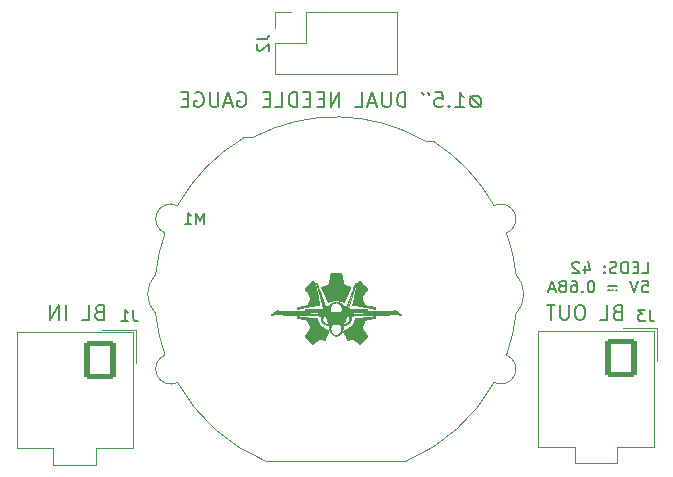
<source format=gbr>
%TF.GenerationSoftware,KiCad,Pcbnew,(6.0.9)*%
%TF.CreationDate,2023-01-27T16:36:23-09:00*%
%TF.ProjectId,GAUGE_Hydraulic Pressure,47415547-455f-4487-9964-7261756c6963,rev?*%
%TF.SameCoordinates,Original*%
%TF.FileFunction,Legend,Bot*%
%TF.FilePolarity,Positive*%
%FSLAX46Y46*%
G04 Gerber Fmt 4.6, Leading zero omitted, Abs format (unit mm)*
G04 Created by KiCad (PCBNEW (6.0.9)) date 2023-01-27 16:36:23*
%MOMM*%
%LPD*%
G01*
G04 APERTURE LIST*
G04 Aperture macros list*
%AMRoundRect*
0 Rectangle with rounded corners*
0 $1 Rounding radius*
0 $2 $3 $4 $5 $6 $7 $8 $9 X,Y pos of 4 corners*
0 Add a 4 corners polygon primitive as box body*
4,1,4,$2,$3,$4,$5,$6,$7,$8,$9,$2,$3,0*
0 Add four circle primitives for the rounded corners*
1,1,$1+$1,$2,$3*
1,1,$1+$1,$4,$5*
1,1,$1+$1,$6,$7*
1,1,$1+$1,$8,$9*
0 Add four rect primitives between the rounded corners*
20,1,$1+$1,$2,$3,$4,$5,0*
20,1,$1+$1,$4,$5,$6,$7,0*
20,1,$1+$1,$6,$7,$8,$9,0*
20,1,$1+$1,$8,$9,$2,$3,0*%
G04 Aperture macros list end*
%ADD10C,0.150000*%
%ADD11C,0.200000*%
%ADD12C,0.010000*%
%ADD13C,0.050000*%
%ADD14C,0.120000*%
%ADD15C,4.500000*%
%ADD16C,1.800000*%
%ADD17C,3.000000*%
%ADD18C,4.600000*%
%ADD19C,1.600000*%
%ADD20O,2.700000X3.300000*%
%ADD21RoundRect,0.250001X1.099999X1.399999X-1.099999X1.399999X-1.099999X-1.399999X1.099999X-1.399999X0*%
%ADD22O,1.700000X1.700000*%
%ADD23R,1.700000X1.700000*%
G04 APERTURE END LIST*
D10*
X208127555Y-123010556D02*
X208603745Y-123010556D01*
X208603745Y-122010556D01*
X207794221Y-122486747D02*
X207460888Y-122486747D01*
X207318031Y-123010556D02*
X207794221Y-123010556D01*
X207794221Y-122010556D01*
X207318031Y-122010556D01*
X206889460Y-123010556D02*
X206889460Y-122010556D01*
X206651364Y-122010556D01*
X206508507Y-122058176D01*
X206413269Y-122153414D01*
X206365650Y-122248652D01*
X206318031Y-122439128D01*
X206318031Y-122581985D01*
X206365650Y-122772461D01*
X206413269Y-122867699D01*
X206508507Y-122962937D01*
X206651364Y-123010556D01*
X206889460Y-123010556D01*
X205937079Y-122962937D02*
X205794221Y-123010556D01*
X205556126Y-123010556D01*
X205460888Y-122962937D01*
X205413269Y-122915318D01*
X205365650Y-122820080D01*
X205365650Y-122724842D01*
X205413269Y-122629604D01*
X205460888Y-122581985D01*
X205556126Y-122534366D01*
X205746602Y-122486747D01*
X205841841Y-122439128D01*
X205889460Y-122391509D01*
X205937079Y-122296271D01*
X205937079Y-122201033D01*
X205889460Y-122105795D01*
X205841841Y-122058176D01*
X205746602Y-122010556D01*
X205508507Y-122010556D01*
X205365650Y-122058176D01*
X204937079Y-122915318D02*
X204889460Y-122962937D01*
X204937079Y-123010556D01*
X204984698Y-122962937D01*
X204937079Y-122915318D01*
X204937079Y-123010556D01*
X204937079Y-122391509D02*
X204889460Y-122439128D01*
X204937079Y-122486747D01*
X204984698Y-122439128D01*
X204937079Y-122391509D01*
X204937079Y-122486747D01*
X203270412Y-122343890D02*
X203270412Y-123010556D01*
X203508507Y-121962937D02*
X203746602Y-122677223D01*
X203127555Y-122677223D01*
X202794221Y-122105795D02*
X202746602Y-122058176D01*
X202651364Y-122010556D01*
X202413269Y-122010556D01*
X202318031Y-122058176D01*
X202270412Y-122105795D01*
X202222793Y-122201033D01*
X202222793Y-122296271D01*
X202270412Y-122439128D01*
X202841841Y-123010556D01*
X202222793Y-123010556D01*
X208127555Y-123620556D02*
X208603745Y-123620556D01*
X208651364Y-124096747D01*
X208603745Y-124049128D01*
X208508507Y-124001509D01*
X208270412Y-124001509D01*
X208175174Y-124049128D01*
X208127555Y-124096747D01*
X208079936Y-124191985D01*
X208079936Y-124430080D01*
X208127555Y-124525318D01*
X208175174Y-124572937D01*
X208270412Y-124620556D01*
X208508507Y-124620556D01*
X208603745Y-124572937D01*
X208651364Y-124525318D01*
X207794221Y-123620556D02*
X207460888Y-124620556D01*
X207127555Y-123620556D01*
X206032317Y-124382461D02*
X205937079Y-124382461D01*
X206032317Y-124096747D02*
X205270412Y-124096747D01*
X205698983Y-124382461D02*
X205603745Y-124382461D01*
X205365650Y-124382461D02*
X205270412Y-124382461D01*
X203841841Y-123620556D02*
X203746602Y-123620556D01*
X203651364Y-123668176D01*
X203603745Y-123715795D01*
X203556126Y-123811033D01*
X203508507Y-124001509D01*
X203508507Y-124239604D01*
X203556126Y-124430080D01*
X203603745Y-124525318D01*
X203651364Y-124572937D01*
X203746602Y-124620556D01*
X203841841Y-124620556D01*
X203937079Y-124572937D01*
X203984698Y-124525318D01*
X204032317Y-124430080D01*
X204079936Y-124239604D01*
X204079936Y-124001509D01*
X204032317Y-123811033D01*
X203984698Y-123715795D01*
X203937079Y-123668176D01*
X203841841Y-123620556D01*
X203079936Y-124525318D02*
X203032317Y-124572937D01*
X203079936Y-124620556D01*
X203127555Y-124572937D01*
X203079936Y-124525318D01*
X203079936Y-124620556D01*
X202175174Y-123620556D02*
X202365650Y-123620556D01*
X202460888Y-123668176D01*
X202508507Y-123715795D01*
X202603745Y-123858652D01*
X202651364Y-124049128D01*
X202651364Y-124430080D01*
X202603745Y-124525318D01*
X202556126Y-124572937D01*
X202460888Y-124620556D01*
X202270412Y-124620556D01*
X202175174Y-124572937D01*
X202127555Y-124525318D01*
X202079936Y-124430080D01*
X202079936Y-124191985D01*
X202127555Y-124096747D01*
X202175174Y-124049128D01*
X202270412Y-124001509D01*
X202460888Y-124001509D01*
X202556126Y-124049128D01*
X202603745Y-124096747D01*
X202651364Y-124191985D01*
X201508507Y-124049128D02*
X201603745Y-124001509D01*
X201651364Y-123953890D01*
X201698983Y-123858652D01*
X201698983Y-123811033D01*
X201651364Y-123715795D01*
X201603745Y-123668176D01*
X201508507Y-123620556D01*
X201318031Y-123620556D01*
X201222793Y-123668176D01*
X201175174Y-123715795D01*
X201127555Y-123811033D01*
X201127555Y-123858652D01*
X201175174Y-123953890D01*
X201222793Y-124001509D01*
X201318031Y-124049128D01*
X201508507Y-124049128D01*
X201603745Y-124096747D01*
X201651364Y-124144366D01*
X201698983Y-124239604D01*
X201698983Y-124430080D01*
X201651364Y-124525318D01*
X201603745Y-124572937D01*
X201508507Y-124620556D01*
X201318031Y-124620556D01*
X201222793Y-124572937D01*
X201175174Y-124525318D01*
X201127555Y-124430080D01*
X201127555Y-124239604D01*
X201175174Y-124144366D01*
X201222793Y-124096747D01*
X201318031Y-124049128D01*
X200746602Y-124334842D02*
X200270412Y-124334842D01*
X200841841Y-124620556D02*
X200508507Y-123620556D01*
X200175174Y-124620556D01*
D11*
X194154579Y-107976271D02*
X193916483Y-107976271D01*
X193678388Y-108095318D01*
X193559341Y-108333414D01*
X193559341Y-108571509D01*
X193678388Y-108809604D01*
X193916483Y-108928652D01*
X194154579Y-108928652D01*
X194392674Y-108809604D01*
X194511721Y-108571509D01*
X194511721Y-108333414D01*
X194392674Y-108095318D01*
X194154579Y-107976271D01*
X193559341Y-107976271D02*
X194511721Y-108928652D01*
X192309341Y-108928652D02*
X193023626Y-108928652D01*
X192666483Y-108928652D02*
X192666483Y-107678652D01*
X192785531Y-107857223D01*
X192904579Y-107976271D01*
X193023626Y-108035795D01*
X191773626Y-108809604D02*
X191714102Y-108869128D01*
X191773626Y-108928652D01*
X191833150Y-108869128D01*
X191773626Y-108809604D01*
X191773626Y-108928652D01*
X190583150Y-107678652D02*
X191178388Y-107678652D01*
X191237912Y-108273890D01*
X191178388Y-108214366D01*
X191059341Y-108154842D01*
X190761721Y-108154842D01*
X190642674Y-108214366D01*
X190583150Y-108273890D01*
X190523626Y-108392937D01*
X190523626Y-108690556D01*
X190583150Y-108809604D01*
X190642674Y-108869128D01*
X190761721Y-108928652D01*
X191059341Y-108928652D01*
X191178388Y-108869128D01*
X191237912Y-108809604D01*
X189987912Y-107678652D02*
X189987912Y-107738176D01*
X190047436Y-107857223D01*
X190106960Y-107916747D01*
X189511721Y-107678652D02*
X189511721Y-107738176D01*
X189571245Y-107857223D01*
X189630769Y-107916747D01*
X188083150Y-108928652D02*
X188083150Y-107678652D01*
X187785531Y-107678652D01*
X187606960Y-107738176D01*
X187487912Y-107857223D01*
X187428388Y-107976271D01*
X187368864Y-108214366D01*
X187368864Y-108392937D01*
X187428388Y-108631033D01*
X187487912Y-108750080D01*
X187606960Y-108869128D01*
X187785531Y-108928652D01*
X188083150Y-108928652D01*
X186833150Y-107678652D02*
X186833150Y-108690556D01*
X186773626Y-108809604D01*
X186714102Y-108869128D01*
X186595055Y-108928652D01*
X186356960Y-108928652D01*
X186237912Y-108869128D01*
X186178388Y-108809604D01*
X186118864Y-108690556D01*
X186118864Y-107678652D01*
X185583150Y-108571509D02*
X184987912Y-108571509D01*
X185702198Y-108928652D02*
X185285531Y-107678652D01*
X184868864Y-108928652D01*
X183856960Y-108928652D02*
X184452198Y-108928652D01*
X184452198Y-107678652D01*
X182487912Y-108928652D02*
X182487912Y-107678652D01*
X181773626Y-108928652D01*
X181773626Y-107678652D01*
X181178388Y-108273890D02*
X180761721Y-108273890D01*
X180583150Y-108928652D02*
X181178388Y-108928652D01*
X181178388Y-107678652D01*
X180583150Y-107678652D01*
X180047436Y-108273890D02*
X179630769Y-108273890D01*
X179452198Y-108928652D02*
X180047436Y-108928652D01*
X180047436Y-107678652D01*
X179452198Y-107678652D01*
X178916483Y-108928652D02*
X178916483Y-107678652D01*
X178618864Y-107678652D01*
X178440293Y-107738176D01*
X178321245Y-107857223D01*
X178261721Y-107976271D01*
X178202198Y-108214366D01*
X178202198Y-108392937D01*
X178261721Y-108631033D01*
X178321245Y-108750080D01*
X178440293Y-108869128D01*
X178618864Y-108928652D01*
X178916483Y-108928652D01*
X177071245Y-108928652D02*
X177666483Y-108928652D01*
X177666483Y-107678652D01*
X176654579Y-108273890D02*
X176237912Y-108273890D01*
X176059341Y-108928652D02*
X176654579Y-108928652D01*
X176654579Y-107678652D01*
X176059341Y-107678652D01*
X173916483Y-107738176D02*
X174035531Y-107678652D01*
X174214102Y-107678652D01*
X174392674Y-107738176D01*
X174511721Y-107857223D01*
X174571245Y-107976271D01*
X174630769Y-108214366D01*
X174630769Y-108392937D01*
X174571245Y-108631033D01*
X174511721Y-108750080D01*
X174392674Y-108869128D01*
X174214102Y-108928652D01*
X174095055Y-108928652D01*
X173916483Y-108869128D01*
X173856960Y-108809604D01*
X173856960Y-108392937D01*
X174095055Y-108392937D01*
X173380769Y-108571509D02*
X172785531Y-108571509D01*
X173499817Y-108928652D02*
X173083150Y-107678652D01*
X172666483Y-108928652D01*
X172249817Y-107678652D02*
X172249817Y-108690556D01*
X172190293Y-108809604D01*
X172130769Y-108869128D01*
X172011721Y-108928652D01*
X171773626Y-108928652D01*
X171654579Y-108869128D01*
X171595055Y-108809604D01*
X171535531Y-108690556D01*
X171535531Y-107678652D01*
X170285531Y-107738176D02*
X170404579Y-107678652D01*
X170583150Y-107678652D01*
X170761721Y-107738176D01*
X170880769Y-107857223D01*
X170940293Y-107976271D01*
X170999817Y-108214366D01*
X170999817Y-108392937D01*
X170940293Y-108631033D01*
X170880769Y-108750080D01*
X170761721Y-108869128D01*
X170583150Y-108928652D01*
X170464102Y-108928652D01*
X170285531Y-108869128D01*
X170226007Y-108809604D01*
X170226007Y-108392937D01*
X170464102Y-108392937D01*
X169690293Y-108273890D02*
X169273626Y-108273890D01*
X169095055Y-108928652D02*
X169690293Y-108928652D01*
X169690293Y-107678652D01*
X169095055Y-107678652D01*
D10*
%TO.C,M1*%
X171063523Y-118855380D02*
X171063523Y-117855380D01*
X170730190Y-118569666D01*
X170396857Y-117855380D01*
X170396857Y-118855380D01*
X169396857Y-118855380D02*
X169968285Y-118855380D01*
X169682571Y-118855380D02*
X169682571Y-117855380D01*
X169777809Y-117998238D01*
X169873047Y-118093476D01*
X169968285Y-118141095D01*
%TO.C,J3*%
X208772674Y-126065556D02*
X208772674Y-126779842D01*
X208820293Y-126922699D01*
X208915531Y-127017937D01*
X209058388Y-127065556D01*
X209153626Y-127065556D01*
X208391721Y-126065556D02*
X207772674Y-126065556D01*
X208106007Y-126446509D01*
X207963150Y-126446509D01*
X207867912Y-126494128D01*
X207820293Y-126541747D01*
X207772674Y-126636985D01*
X207772674Y-126875080D01*
X207820293Y-126970318D01*
X207867912Y-127017937D01*
X207963150Y-127065556D01*
X208248864Y-127065556D01*
X208344102Y-127017937D01*
X208391721Y-126970318D01*
X206016071Y-126274059D02*
X205837500Y-126333583D01*
X205777976Y-126393106D01*
X205718452Y-126512154D01*
X205718452Y-126690725D01*
X205777976Y-126809773D01*
X205837500Y-126869297D01*
X205956547Y-126928821D01*
X206432738Y-126928821D01*
X206432738Y-125678821D01*
X206016071Y-125678821D01*
X205897023Y-125738345D01*
X205837500Y-125797868D01*
X205777976Y-125916916D01*
X205777976Y-126035964D01*
X205837500Y-126155011D01*
X205897023Y-126214535D01*
X206016071Y-126274059D01*
X206432738Y-126274059D01*
X204587500Y-126928821D02*
X205182738Y-126928821D01*
X205182738Y-125678821D01*
X202980357Y-125678821D02*
X202742261Y-125678821D01*
X202623214Y-125738345D01*
X202504166Y-125857392D01*
X202444642Y-126095487D01*
X202444642Y-126512154D01*
X202504166Y-126750249D01*
X202623214Y-126869297D01*
X202742261Y-126928821D01*
X202980357Y-126928821D01*
X203099404Y-126869297D01*
X203218452Y-126750249D01*
X203277976Y-126512154D01*
X203277976Y-126095487D01*
X203218452Y-125857392D01*
X203099404Y-125738345D01*
X202980357Y-125678821D01*
X201908928Y-125678821D02*
X201908928Y-126690725D01*
X201849404Y-126809773D01*
X201789880Y-126869297D01*
X201670833Y-126928821D01*
X201432738Y-126928821D01*
X201313690Y-126869297D01*
X201254166Y-126809773D01*
X201194642Y-126690725D01*
X201194642Y-125678821D01*
X200777976Y-125678821D02*
X200063690Y-125678821D01*
X200420833Y-126928821D02*
X200420833Y-125678821D01*
%TO.C,J1*%
X165022674Y-126065556D02*
X165022674Y-126779842D01*
X165070293Y-126922699D01*
X165165531Y-127017937D01*
X165308388Y-127065556D01*
X165403626Y-127065556D01*
X164022674Y-127065556D02*
X164594102Y-127065556D01*
X164308388Y-127065556D02*
X164308388Y-126065556D01*
X164403626Y-126208414D01*
X164498864Y-126303652D01*
X164594102Y-126351271D01*
X162129238Y-126273714D02*
X161950666Y-126333238D01*
X161891142Y-126392761D01*
X161831619Y-126511809D01*
X161831619Y-126690380D01*
X161891142Y-126809428D01*
X161950666Y-126868952D01*
X162069714Y-126928476D01*
X162545904Y-126928476D01*
X162545904Y-125678476D01*
X162129238Y-125678476D01*
X162010190Y-125738000D01*
X161950666Y-125797523D01*
X161891142Y-125916571D01*
X161891142Y-126035619D01*
X161950666Y-126154666D01*
X162010190Y-126214190D01*
X162129238Y-126273714D01*
X162545904Y-126273714D01*
X160700666Y-126928476D02*
X161295904Y-126928476D01*
X161295904Y-125678476D01*
X159331619Y-126928476D02*
X159331619Y-125678476D01*
X158736380Y-126928476D02*
X158736380Y-125678476D01*
X158022095Y-126928476D01*
X158022095Y-125678476D01*
%TO.C,J2*%
X175504380Y-103169666D02*
X176218666Y-103169666D01*
X176361523Y-103122047D01*
X176456761Y-103026809D01*
X176504380Y-102883952D01*
X176504380Y-102788714D01*
X175599619Y-103598238D02*
X175552000Y-103645857D01*
X175504380Y-103741095D01*
X175504380Y-103979190D01*
X175552000Y-104074428D01*
X175599619Y-104122047D01*
X175694857Y-104169666D01*
X175790095Y-104169666D01*
X175932952Y-104122047D01*
X176504380Y-103550619D01*
X176504380Y-104169666D01*
%TO.C,G\u002A\u002A\u002A*%
G36*
X182352189Y-123011390D02*
G01*
X182405654Y-123011445D01*
X182452252Y-123011561D01*
X182492474Y-123011762D01*
X182526805Y-123012068D01*
X182555735Y-123012503D01*
X182579752Y-123013087D01*
X182599344Y-123013845D01*
X182614998Y-123014797D01*
X182627204Y-123015967D01*
X182636448Y-123017376D01*
X182643220Y-123019047D01*
X182648007Y-123021001D01*
X182651298Y-123023261D01*
X182653580Y-123025850D01*
X182655342Y-123028789D01*
X182657071Y-123032101D01*
X182657833Y-123034782D01*
X182660164Y-123045338D01*
X182663843Y-123063266D01*
X182668762Y-123087999D01*
X182674810Y-123118970D01*
X182681880Y-123155612D01*
X182689863Y-123197359D01*
X182698650Y-123243642D01*
X182708132Y-123293894D01*
X182718201Y-123347549D01*
X182728747Y-123404040D01*
X182739663Y-123462799D01*
X182751295Y-123525354D01*
X182763231Y-123589052D01*
X182774371Y-123647982D01*
X182784636Y-123701749D01*
X182793950Y-123749955D01*
X182802235Y-123792205D01*
X182809413Y-123828103D01*
X182815406Y-123857252D01*
X182820136Y-123879256D01*
X182823526Y-123893719D01*
X182825499Y-123900244D01*
X182826005Y-123901204D01*
X182834998Y-123913642D01*
X182845836Y-123923549D01*
X182850417Y-123925892D01*
X182862524Y-123931372D01*
X182881265Y-123939531D01*
X182905988Y-123950093D01*
X182936038Y-123962785D01*
X182970761Y-123977331D01*
X183009503Y-123993457D01*
X183051611Y-124010888D01*
X183096430Y-124029348D01*
X183143306Y-124048563D01*
X183154917Y-124053315D01*
X183208255Y-124075233D01*
X183256669Y-124095283D01*
X183299790Y-124113305D01*
X183337253Y-124129143D01*
X183368687Y-124142639D01*
X183393727Y-124153635D01*
X183412003Y-124161974D01*
X183423148Y-124167498D01*
X183426794Y-124170049D01*
X183426053Y-124171922D01*
X183422225Y-124180965D01*
X183415303Y-124197089D01*
X183405468Y-124219877D01*
X183392902Y-124248911D01*
X183377785Y-124283776D01*
X183360299Y-124324055D01*
X183340624Y-124369331D01*
X183318942Y-124419186D01*
X183295434Y-124473206D01*
X183270281Y-124530972D01*
X183243664Y-124592068D01*
X183215764Y-124656077D01*
X183186763Y-124722583D01*
X183156841Y-124791168D01*
X183137686Y-124835048D01*
X183108321Y-124902247D01*
X183079970Y-124967046D01*
X183052813Y-125029034D01*
X183027033Y-125087798D01*
X183002813Y-125142925D01*
X182980333Y-125194002D01*
X182959777Y-125240617D01*
X182941325Y-125282357D01*
X182925161Y-125318809D01*
X182911466Y-125349562D01*
X182900422Y-125374202D01*
X182892211Y-125392317D01*
X182887015Y-125403494D01*
X182885017Y-125407320D01*
X182881913Y-125406651D01*
X182871759Y-125403899D01*
X182855970Y-125399391D01*
X182835936Y-125393523D01*
X182813050Y-125386695D01*
X182770305Y-125374250D01*
X182708746Y-125357583D01*
X182645246Y-125341694D01*
X182581450Y-125326944D01*
X182519006Y-125313694D01*
X182459560Y-125302305D01*
X182404759Y-125293139D01*
X182356250Y-125286555D01*
X182339481Y-125284934D01*
X182307370Y-125282938D01*
X182270178Y-125281652D01*
X182229594Y-125281055D01*
X182187312Y-125281127D01*
X182145021Y-125281847D01*
X182104414Y-125283194D01*
X182067182Y-125285147D01*
X182035016Y-125287687D01*
X182009607Y-125290792D01*
X181965982Y-125298180D01*
X181904607Y-125309946D01*
X181839092Y-125323829D01*
X181771559Y-125339339D01*
X181704133Y-125355984D01*
X181638937Y-125373273D01*
X181578094Y-125390712D01*
X181564836Y-125394648D01*
X181544442Y-125400448D01*
X181530284Y-125403951D01*
X181521165Y-125405382D01*
X181515889Y-125404967D01*
X181513259Y-125402931D01*
X181512324Y-125401001D01*
X181508137Y-125391889D01*
X181500798Y-125375723D01*
X181490496Y-125352921D01*
X181477416Y-125323897D01*
X181461746Y-125289068D01*
X181443672Y-125248851D01*
X181423381Y-125203660D01*
X181401060Y-125153912D01*
X181376895Y-125100023D01*
X181351074Y-125042410D01*
X181323782Y-124981487D01*
X181295208Y-124917671D01*
X181265537Y-124851379D01*
X181234957Y-124783025D01*
X181227422Y-124766181D01*
X181191005Y-124684715D01*
X181157908Y-124610594D01*
X181127994Y-124543504D01*
X181101128Y-124483134D01*
X181077175Y-124429171D01*
X181055998Y-124381303D01*
X181037462Y-124339217D01*
X181021430Y-124302601D01*
X181007769Y-124271144D01*
X180996340Y-124244531D01*
X180987009Y-124222452D01*
X180979641Y-124204594D01*
X180974098Y-124190645D01*
X180970246Y-124180291D01*
X180967949Y-124173222D01*
X180967070Y-124169124D01*
X180967475Y-124167686D01*
X180971338Y-124166489D01*
X180982912Y-124162226D01*
X181000887Y-124155249D01*
X181024513Y-124145869D01*
X181053040Y-124134397D01*
X181085720Y-124121144D01*
X181121802Y-124106420D01*
X181160537Y-124090538D01*
X181201176Y-124073806D01*
X181242968Y-124056538D01*
X181285164Y-124039043D01*
X181327015Y-124021632D01*
X181367771Y-124004617D01*
X181406683Y-123988308D01*
X181443000Y-123973016D01*
X181475974Y-123959053D01*
X181504854Y-123946729D01*
X181528891Y-123936355D01*
X181547337Y-123928242D01*
X181559440Y-123922701D01*
X181564451Y-123920043D01*
X181572533Y-123911150D01*
X181580234Y-123899707D01*
X181581103Y-123896893D01*
X181583626Y-123886077D01*
X181587497Y-123867884D01*
X181592605Y-123842890D01*
X181598837Y-123811667D01*
X181606082Y-123774790D01*
X181614228Y-123732832D01*
X181623163Y-123686366D01*
X181632775Y-123635968D01*
X181642954Y-123582211D01*
X181653585Y-123525668D01*
X181664559Y-123466914D01*
X181671840Y-123427860D01*
X181682567Y-123370555D01*
X181692855Y-123315861D01*
X181702594Y-123264350D01*
X181711675Y-123216593D01*
X181719987Y-123173163D01*
X181727420Y-123134630D01*
X181733865Y-123101565D01*
X181739212Y-123074541D01*
X181743351Y-123054128D01*
X181746171Y-123040899D01*
X181747563Y-123035423D01*
X181754051Y-123026553D01*
X181764030Y-123018425D01*
X181765961Y-123017478D01*
X181769306Y-123016431D01*
X181774178Y-123015510D01*
X181781073Y-123014707D01*
X181790486Y-123014014D01*
X181802914Y-123013423D01*
X181818852Y-123012926D01*
X181838796Y-123012516D01*
X181863241Y-123012183D01*
X181892683Y-123011921D01*
X181927617Y-123011721D01*
X181968540Y-123011575D01*
X182015947Y-123011476D01*
X182070334Y-123011415D01*
X182132196Y-123011384D01*
X182202029Y-123011376D01*
X182222710Y-123011376D01*
X182291371Y-123011375D01*
X182352189Y-123011390D01*
G37*
D12*
X182352189Y-123011390D02*
X182405654Y-123011445D01*
X182452252Y-123011561D01*
X182492474Y-123011762D01*
X182526805Y-123012068D01*
X182555735Y-123012503D01*
X182579752Y-123013087D01*
X182599344Y-123013845D01*
X182614998Y-123014797D01*
X182627204Y-123015967D01*
X182636448Y-123017376D01*
X182643220Y-123019047D01*
X182648007Y-123021001D01*
X182651298Y-123023261D01*
X182653580Y-123025850D01*
X182655342Y-123028789D01*
X182657071Y-123032101D01*
X182657833Y-123034782D01*
X182660164Y-123045338D01*
X182663843Y-123063266D01*
X182668762Y-123087999D01*
X182674810Y-123118970D01*
X182681880Y-123155612D01*
X182689863Y-123197359D01*
X182698650Y-123243642D01*
X182708132Y-123293894D01*
X182718201Y-123347549D01*
X182728747Y-123404040D01*
X182739663Y-123462799D01*
X182751295Y-123525354D01*
X182763231Y-123589052D01*
X182774371Y-123647982D01*
X182784636Y-123701749D01*
X182793950Y-123749955D01*
X182802235Y-123792205D01*
X182809413Y-123828103D01*
X182815406Y-123857252D01*
X182820136Y-123879256D01*
X182823526Y-123893719D01*
X182825499Y-123900244D01*
X182826005Y-123901204D01*
X182834998Y-123913642D01*
X182845836Y-123923549D01*
X182850417Y-123925892D01*
X182862524Y-123931372D01*
X182881265Y-123939531D01*
X182905988Y-123950093D01*
X182936038Y-123962785D01*
X182970761Y-123977331D01*
X183009503Y-123993457D01*
X183051611Y-124010888D01*
X183096430Y-124029348D01*
X183143306Y-124048563D01*
X183154917Y-124053315D01*
X183208255Y-124075233D01*
X183256669Y-124095283D01*
X183299790Y-124113305D01*
X183337253Y-124129143D01*
X183368687Y-124142639D01*
X183393727Y-124153635D01*
X183412003Y-124161974D01*
X183423148Y-124167498D01*
X183426794Y-124170049D01*
X183426053Y-124171922D01*
X183422225Y-124180965D01*
X183415303Y-124197089D01*
X183405468Y-124219877D01*
X183392902Y-124248911D01*
X183377785Y-124283776D01*
X183360299Y-124324055D01*
X183340624Y-124369331D01*
X183318942Y-124419186D01*
X183295434Y-124473206D01*
X183270281Y-124530972D01*
X183243664Y-124592068D01*
X183215764Y-124656077D01*
X183186763Y-124722583D01*
X183156841Y-124791168D01*
X183137686Y-124835048D01*
X183108321Y-124902247D01*
X183079970Y-124967046D01*
X183052813Y-125029034D01*
X183027033Y-125087798D01*
X183002813Y-125142925D01*
X182980333Y-125194002D01*
X182959777Y-125240617D01*
X182941325Y-125282357D01*
X182925161Y-125318809D01*
X182911466Y-125349562D01*
X182900422Y-125374202D01*
X182892211Y-125392317D01*
X182887015Y-125403494D01*
X182885017Y-125407320D01*
X182881913Y-125406651D01*
X182871759Y-125403899D01*
X182855970Y-125399391D01*
X182835936Y-125393523D01*
X182813050Y-125386695D01*
X182770305Y-125374250D01*
X182708746Y-125357583D01*
X182645246Y-125341694D01*
X182581450Y-125326944D01*
X182519006Y-125313694D01*
X182459560Y-125302305D01*
X182404759Y-125293139D01*
X182356250Y-125286555D01*
X182339481Y-125284934D01*
X182307370Y-125282938D01*
X182270178Y-125281652D01*
X182229594Y-125281055D01*
X182187312Y-125281127D01*
X182145021Y-125281847D01*
X182104414Y-125283194D01*
X182067182Y-125285147D01*
X182035016Y-125287687D01*
X182009607Y-125290792D01*
X181965982Y-125298180D01*
X181904607Y-125309946D01*
X181839092Y-125323829D01*
X181771559Y-125339339D01*
X181704133Y-125355984D01*
X181638937Y-125373273D01*
X181578094Y-125390712D01*
X181564836Y-125394648D01*
X181544442Y-125400448D01*
X181530284Y-125403951D01*
X181521165Y-125405382D01*
X181515889Y-125404967D01*
X181513259Y-125402931D01*
X181512324Y-125401001D01*
X181508137Y-125391889D01*
X181500798Y-125375723D01*
X181490496Y-125352921D01*
X181477416Y-125323897D01*
X181461746Y-125289068D01*
X181443672Y-125248851D01*
X181423381Y-125203660D01*
X181401060Y-125153912D01*
X181376895Y-125100023D01*
X181351074Y-125042410D01*
X181323782Y-124981487D01*
X181295208Y-124917671D01*
X181265537Y-124851379D01*
X181234957Y-124783025D01*
X181227422Y-124766181D01*
X181191005Y-124684715D01*
X181157908Y-124610594D01*
X181127994Y-124543504D01*
X181101128Y-124483134D01*
X181077175Y-124429171D01*
X181055998Y-124381303D01*
X181037462Y-124339217D01*
X181021430Y-124302601D01*
X181007769Y-124271144D01*
X180996340Y-124244531D01*
X180987009Y-124222452D01*
X180979641Y-124204594D01*
X180974098Y-124190645D01*
X180970246Y-124180291D01*
X180967949Y-124173222D01*
X180967070Y-124169124D01*
X180967475Y-124167686D01*
X180971338Y-124166489D01*
X180982912Y-124162226D01*
X181000887Y-124155249D01*
X181024513Y-124145869D01*
X181053040Y-124134397D01*
X181085720Y-124121144D01*
X181121802Y-124106420D01*
X181160537Y-124090538D01*
X181201176Y-124073806D01*
X181242968Y-124056538D01*
X181285164Y-124039043D01*
X181327015Y-124021632D01*
X181367771Y-124004617D01*
X181406683Y-123988308D01*
X181443000Y-123973016D01*
X181475974Y-123959053D01*
X181504854Y-123946729D01*
X181528891Y-123936355D01*
X181547337Y-123928242D01*
X181559440Y-123922701D01*
X181564451Y-123920043D01*
X181572533Y-123911150D01*
X181580234Y-123899707D01*
X181581103Y-123896893D01*
X181583626Y-123886077D01*
X181587497Y-123867884D01*
X181592605Y-123842890D01*
X181598837Y-123811667D01*
X181606082Y-123774790D01*
X181614228Y-123732832D01*
X181623163Y-123686366D01*
X181632775Y-123635968D01*
X181642954Y-123582211D01*
X181653585Y-123525668D01*
X181664559Y-123466914D01*
X181671840Y-123427860D01*
X181682567Y-123370555D01*
X181692855Y-123315861D01*
X181702594Y-123264350D01*
X181711675Y-123216593D01*
X181719987Y-123173163D01*
X181727420Y-123134630D01*
X181733865Y-123101565D01*
X181739212Y-123074541D01*
X181743351Y-123054128D01*
X181746171Y-123040899D01*
X181747563Y-123035423D01*
X181754051Y-123026553D01*
X181764030Y-123018425D01*
X181765961Y-123017478D01*
X181769306Y-123016431D01*
X181774178Y-123015510D01*
X181781073Y-123014707D01*
X181790486Y-123014014D01*
X181802914Y-123013423D01*
X181818852Y-123012926D01*
X181838796Y-123012516D01*
X181863241Y-123012183D01*
X181892683Y-123011921D01*
X181927617Y-123011721D01*
X181968540Y-123011575D01*
X182015947Y-123011476D01*
X182070334Y-123011415D01*
X182132196Y-123011384D01*
X182202029Y-123011376D01*
X182222710Y-123011376D01*
X182291371Y-123011375D01*
X182352189Y-123011390D01*
G36*
X180204035Y-123672503D02*
G01*
X180204422Y-123672574D01*
X180211539Y-123675778D01*
X180224462Y-123683147D01*
X180242178Y-123694048D01*
X180263679Y-123707846D01*
X180287956Y-123723906D01*
X180313997Y-123741595D01*
X180412408Y-123809297D01*
X180599828Y-124679278D01*
X180600498Y-124682390D01*
X180622987Y-124786757D01*
X180643773Y-124883177D01*
X180662929Y-124971973D01*
X180680524Y-125053468D01*
X180696630Y-125127985D01*
X180711318Y-125195845D01*
X180724659Y-125257373D01*
X180736723Y-125312891D01*
X180747581Y-125362721D01*
X180757304Y-125407186D01*
X180765963Y-125446608D01*
X180773629Y-125481312D01*
X180780373Y-125511619D01*
X180786266Y-125537851D01*
X180791378Y-125560333D01*
X180795781Y-125579385D01*
X180799545Y-125595332D01*
X180802741Y-125608496D01*
X180805440Y-125619199D01*
X180807714Y-125627765D01*
X180809632Y-125634515D01*
X180810253Y-125639415D01*
X180807538Y-125643419D01*
X180799807Y-125647342D01*
X180785487Y-125652347D01*
X180784347Y-125652679D01*
X180774684Y-125654861D01*
X180757376Y-125658299D01*
X180732990Y-125662895D01*
X180702094Y-125668548D01*
X180665257Y-125675158D01*
X180623047Y-125682625D01*
X180576032Y-125690849D01*
X180524779Y-125699731D01*
X180469858Y-125709169D01*
X180411835Y-125719065D01*
X180351279Y-125729317D01*
X180288758Y-125739827D01*
X180282665Y-125740847D01*
X180218991Y-125751530D01*
X180156511Y-125762040D01*
X180095876Y-125772268D01*
X180037736Y-125782103D01*
X179982743Y-125791433D01*
X179931547Y-125800147D01*
X179884798Y-125808135D01*
X179843148Y-125815285D01*
X179807246Y-125821488D01*
X179777744Y-125826631D01*
X179755292Y-125830603D01*
X179740541Y-125833295D01*
X179722049Y-125836837D01*
X179675207Y-125846234D01*
X179622715Y-125857319D01*
X179564215Y-125870173D01*
X179499348Y-125884878D01*
X179427755Y-125901515D01*
X179349079Y-125920168D01*
X179262960Y-125940918D01*
X179169041Y-125963846D01*
X179125295Y-125974554D01*
X179082881Y-125984876D01*
X179043460Y-125994408D01*
X179007779Y-126002973D01*
X178976583Y-126010393D01*
X178950620Y-126016491D01*
X178930636Y-126021090D01*
X178917378Y-126024011D01*
X178911593Y-126025077D01*
X178901795Y-126025509D01*
X178904457Y-125877483D01*
X178917157Y-125864881D01*
X178917296Y-125864744D01*
X178919510Y-125862664D01*
X178922087Y-125860711D01*
X178925522Y-125858780D01*
X178930314Y-125856767D01*
X178936960Y-125854566D01*
X178945959Y-125852075D01*
X178957807Y-125849187D01*
X178973003Y-125845798D01*
X178992044Y-125841804D01*
X179015427Y-125837100D01*
X179043652Y-125831582D01*
X179077214Y-125825145D01*
X179116612Y-125817685D01*
X179162344Y-125809097D01*
X179214907Y-125799276D01*
X179274799Y-125788118D01*
X179342517Y-125775518D01*
X179373681Y-125769711D01*
X179430708Y-125759027D01*
X179485214Y-125748744D01*
X179536619Y-125738975D01*
X179584342Y-125729832D01*
X179627802Y-125721429D01*
X179666419Y-125713879D01*
X179699612Y-125707295D01*
X179726801Y-125701791D01*
X179747405Y-125697479D01*
X179760843Y-125694472D01*
X179766535Y-125692885D01*
X179776270Y-125686231D01*
X179786242Y-125676397D01*
X179786308Y-125676309D01*
X179789253Y-125670645D01*
X179795168Y-125657960D01*
X179803737Y-125638989D01*
X179814644Y-125614469D01*
X179827572Y-125585134D01*
X179842203Y-125551722D01*
X179858223Y-125514967D01*
X179875313Y-125475605D01*
X179893157Y-125434372D01*
X179911439Y-125392004D01*
X179929842Y-125349237D01*
X179948050Y-125306806D01*
X179965745Y-125265447D01*
X179982611Y-125225897D01*
X179998332Y-125188890D01*
X180012591Y-125155162D01*
X180025071Y-125125450D01*
X180035455Y-125100489D01*
X180043428Y-125081014D01*
X180048671Y-125067762D01*
X180050870Y-125061469D01*
X180050946Y-125061106D01*
X180051359Y-125050204D01*
X180049652Y-125037371D01*
X180047837Y-125033488D01*
X180041344Y-125022500D01*
X180030374Y-125005112D01*
X180015135Y-124981635D01*
X179995835Y-124952379D01*
X179972680Y-124917655D01*
X179945878Y-124877772D01*
X179915635Y-124833042D01*
X179882160Y-124783774D01*
X179845658Y-124730279D01*
X179806338Y-124672867D01*
X179761421Y-124607291D01*
X179720788Y-124547742D01*
X179684747Y-124494673D01*
X179653334Y-124448139D01*
X179626586Y-124408193D01*
X179604539Y-124374891D01*
X179587229Y-124348287D01*
X179574694Y-124328436D01*
X179566968Y-124315393D01*
X179564089Y-124309212D01*
X179563820Y-124299088D01*
X179568359Y-124283089D01*
X179568537Y-124282784D01*
X179573388Y-124276833D01*
X179583667Y-124265586D01*
X179598880Y-124249535D01*
X179618530Y-124229170D01*
X179642124Y-124204985D01*
X179669166Y-124177471D01*
X179699161Y-124147121D01*
X179731615Y-124114425D01*
X179766032Y-124079877D01*
X179801918Y-124043967D01*
X179838778Y-124007189D01*
X179876116Y-123970033D01*
X179913438Y-123932992D01*
X179950249Y-123896558D01*
X179986053Y-123861223D01*
X180020357Y-123827478D01*
X180052664Y-123795815D01*
X180082481Y-123766727D01*
X180109312Y-123740706D01*
X180132662Y-123718243D01*
X180152036Y-123699830D01*
X180166939Y-123685959D01*
X180176877Y-123677123D01*
X180181354Y-123673812D01*
X180190619Y-123672452D01*
X180204035Y-123672503D01*
G37*
X180204035Y-123672503D02*
X180204422Y-123672574D01*
X180211539Y-123675778D01*
X180224462Y-123683147D01*
X180242178Y-123694048D01*
X180263679Y-123707846D01*
X180287956Y-123723906D01*
X180313997Y-123741595D01*
X180412408Y-123809297D01*
X180599828Y-124679278D01*
X180600498Y-124682390D01*
X180622987Y-124786757D01*
X180643773Y-124883177D01*
X180662929Y-124971973D01*
X180680524Y-125053468D01*
X180696630Y-125127985D01*
X180711318Y-125195845D01*
X180724659Y-125257373D01*
X180736723Y-125312891D01*
X180747581Y-125362721D01*
X180757304Y-125407186D01*
X180765963Y-125446608D01*
X180773629Y-125481312D01*
X180780373Y-125511619D01*
X180786266Y-125537851D01*
X180791378Y-125560333D01*
X180795781Y-125579385D01*
X180799545Y-125595332D01*
X180802741Y-125608496D01*
X180805440Y-125619199D01*
X180807714Y-125627765D01*
X180809632Y-125634515D01*
X180810253Y-125639415D01*
X180807538Y-125643419D01*
X180799807Y-125647342D01*
X180785487Y-125652347D01*
X180784347Y-125652679D01*
X180774684Y-125654861D01*
X180757376Y-125658299D01*
X180732990Y-125662895D01*
X180702094Y-125668548D01*
X180665257Y-125675158D01*
X180623047Y-125682625D01*
X180576032Y-125690849D01*
X180524779Y-125699731D01*
X180469858Y-125709169D01*
X180411835Y-125719065D01*
X180351279Y-125729317D01*
X180288758Y-125739827D01*
X180282665Y-125740847D01*
X180218991Y-125751530D01*
X180156511Y-125762040D01*
X180095876Y-125772268D01*
X180037736Y-125782103D01*
X179982743Y-125791433D01*
X179931547Y-125800147D01*
X179884798Y-125808135D01*
X179843148Y-125815285D01*
X179807246Y-125821488D01*
X179777744Y-125826631D01*
X179755292Y-125830603D01*
X179740541Y-125833295D01*
X179722049Y-125836837D01*
X179675207Y-125846234D01*
X179622715Y-125857319D01*
X179564215Y-125870173D01*
X179499348Y-125884878D01*
X179427755Y-125901515D01*
X179349079Y-125920168D01*
X179262960Y-125940918D01*
X179169041Y-125963846D01*
X179125295Y-125974554D01*
X179082881Y-125984876D01*
X179043460Y-125994408D01*
X179007779Y-126002973D01*
X178976583Y-126010393D01*
X178950620Y-126016491D01*
X178930636Y-126021090D01*
X178917378Y-126024011D01*
X178911593Y-126025077D01*
X178901795Y-126025509D01*
X178904457Y-125877483D01*
X178917157Y-125864881D01*
X178917296Y-125864744D01*
X178919510Y-125862664D01*
X178922087Y-125860711D01*
X178925522Y-125858780D01*
X178930314Y-125856767D01*
X178936960Y-125854566D01*
X178945959Y-125852075D01*
X178957807Y-125849187D01*
X178973003Y-125845798D01*
X178992044Y-125841804D01*
X179015427Y-125837100D01*
X179043652Y-125831582D01*
X179077214Y-125825145D01*
X179116612Y-125817685D01*
X179162344Y-125809097D01*
X179214907Y-125799276D01*
X179274799Y-125788118D01*
X179342517Y-125775518D01*
X179373681Y-125769711D01*
X179430708Y-125759027D01*
X179485214Y-125748744D01*
X179536619Y-125738975D01*
X179584342Y-125729832D01*
X179627802Y-125721429D01*
X179666419Y-125713879D01*
X179699612Y-125707295D01*
X179726801Y-125701791D01*
X179747405Y-125697479D01*
X179760843Y-125694472D01*
X179766535Y-125692885D01*
X179776270Y-125686231D01*
X179786242Y-125676397D01*
X179786308Y-125676309D01*
X179789253Y-125670645D01*
X179795168Y-125657960D01*
X179803737Y-125638989D01*
X179814644Y-125614469D01*
X179827572Y-125585134D01*
X179842203Y-125551722D01*
X179858223Y-125514967D01*
X179875313Y-125475605D01*
X179893157Y-125434372D01*
X179911439Y-125392004D01*
X179929842Y-125349237D01*
X179948050Y-125306806D01*
X179965745Y-125265447D01*
X179982611Y-125225897D01*
X179998332Y-125188890D01*
X180012591Y-125155162D01*
X180025071Y-125125450D01*
X180035455Y-125100489D01*
X180043428Y-125081014D01*
X180048671Y-125067762D01*
X180050870Y-125061469D01*
X180050946Y-125061106D01*
X180051359Y-125050204D01*
X180049652Y-125037371D01*
X180047837Y-125033488D01*
X180041344Y-125022500D01*
X180030374Y-125005112D01*
X180015135Y-124981635D01*
X179995835Y-124952379D01*
X179972680Y-124917655D01*
X179945878Y-124877772D01*
X179915635Y-124833042D01*
X179882160Y-124783774D01*
X179845658Y-124730279D01*
X179806338Y-124672867D01*
X179761421Y-124607291D01*
X179720788Y-124547742D01*
X179684747Y-124494673D01*
X179653334Y-124448139D01*
X179626586Y-124408193D01*
X179604539Y-124374891D01*
X179587229Y-124348287D01*
X179574694Y-124328436D01*
X179566968Y-124315393D01*
X179564089Y-124309212D01*
X179563820Y-124299088D01*
X179568359Y-124283089D01*
X179568537Y-124282784D01*
X179573388Y-124276833D01*
X179583667Y-124265586D01*
X179598880Y-124249535D01*
X179618530Y-124229170D01*
X179642124Y-124204985D01*
X179669166Y-124177471D01*
X179699161Y-124147121D01*
X179731615Y-124114425D01*
X179766032Y-124079877D01*
X179801918Y-124043967D01*
X179838778Y-124007189D01*
X179876116Y-123970033D01*
X179913438Y-123932992D01*
X179950249Y-123896558D01*
X179986053Y-123861223D01*
X180020357Y-123827478D01*
X180052664Y-123795815D01*
X180082481Y-123766727D01*
X180109312Y-123740706D01*
X180132662Y-123718243D01*
X180152036Y-123699830D01*
X180166939Y-123685959D01*
X180176877Y-123677123D01*
X180181354Y-123673812D01*
X180190619Y-123672452D01*
X180204035Y-123672503D01*
G36*
X184533663Y-123975476D02*
G01*
X184545230Y-123987039D01*
X184594290Y-124036082D01*
X184637767Y-124079577D01*
X184675984Y-124117889D01*
X184709266Y-124151384D01*
X184737938Y-124180427D01*
X184762324Y-124205384D01*
X184782749Y-124226621D01*
X184799536Y-124244503D01*
X184813011Y-124259395D01*
X184823498Y-124271664D01*
X184831321Y-124281675D01*
X184836805Y-124289793D01*
X184840274Y-124296383D01*
X184842053Y-124301813D01*
X184842466Y-124306446D01*
X184841837Y-124310649D01*
X184840492Y-124314787D01*
X184838754Y-124319226D01*
X184838023Y-124320589D01*
X184833057Y-124328478D01*
X184823770Y-124342629D01*
X184810495Y-124362551D01*
X184793566Y-124387751D01*
X184773317Y-124417736D01*
X184750081Y-124452014D01*
X184724192Y-124490091D01*
X184695983Y-124531476D01*
X184665789Y-124575676D01*
X184633942Y-124622198D01*
X184600777Y-124670550D01*
X184586164Y-124691838D01*
X184553483Y-124739492D01*
X184522233Y-124785115D01*
X184492750Y-124828213D01*
X184465372Y-124868292D01*
X184440435Y-124904858D01*
X184418276Y-124937414D01*
X184399232Y-124965468D01*
X184383639Y-124988525D01*
X184371834Y-125006089D01*
X184364155Y-125017667D01*
X184360937Y-125022764D01*
X184359573Y-125025455D01*
X184357370Y-125030467D01*
X184355856Y-125035756D01*
X184355222Y-125041859D01*
X184355657Y-125049310D01*
X184357353Y-125058646D01*
X184360498Y-125070401D01*
X184365284Y-125085111D01*
X184371900Y-125103312D01*
X184380536Y-125125539D01*
X184391383Y-125152329D01*
X184404631Y-125184215D01*
X184420469Y-125221735D01*
X184439088Y-125265423D01*
X184460678Y-125315815D01*
X184485430Y-125373447D01*
X184505403Y-125419918D01*
X184526773Y-125469583D01*
X184545261Y-125512432D01*
X184561112Y-125548992D01*
X184574575Y-125579794D01*
X184585897Y-125605367D01*
X184595325Y-125626240D01*
X184603107Y-125642941D01*
X184609490Y-125656001D01*
X184614721Y-125665947D01*
X184619048Y-125673310D01*
X184622718Y-125678619D01*
X184625979Y-125682401D01*
X184629077Y-125685188D01*
X184632261Y-125687507D01*
X184634089Y-125688673D01*
X184637962Y-125690684D01*
X184643186Y-125692791D01*
X184650259Y-125695095D01*
X184659679Y-125697699D01*
X184671946Y-125700706D01*
X184687557Y-125704217D01*
X184707010Y-125708335D01*
X184730805Y-125713161D01*
X184759439Y-125718799D01*
X184793410Y-125725349D01*
X184833218Y-125732915D01*
X184879360Y-125741599D01*
X184932336Y-125751502D01*
X184992642Y-125762727D01*
X185060778Y-125775377D01*
X185121612Y-125786702D01*
X185182879Y-125798198D01*
X185239700Y-125808956D01*
X185291643Y-125818891D01*
X185338277Y-125827917D01*
X185379170Y-125835950D01*
X185413890Y-125842906D01*
X185442004Y-125848699D01*
X185463082Y-125853244D01*
X185476692Y-125856456D01*
X185482400Y-125858251D01*
X185486686Y-125861361D01*
X185492455Y-125867478D01*
X185496606Y-125875773D01*
X185499394Y-125887502D01*
X185501070Y-125903922D01*
X185501891Y-125926288D01*
X185502107Y-125955858D01*
X185502091Y-125966269D01*
X185501848Y-125990288D01*
X185501247Y-126007212D01*
X185500209Y-126018050D01*
X185498650Y-126023812D01*
X185496491Y-126025509D01*
X185495431Y-126025347D01*
X185487328Y-126023605D01*
X185471979Y-126020085D01*
X185450082Y-126014955D01*
X185422336Y-126008380D01*
X185389437Y-126000527D01*
X185352083Y-125991562D01*
X185310971Y-125981651D01*
X185266800Y-125970961D01*
X185220266Y-125959657D01*
X185202855Y-125955420D01*
X185142177Y-125940664D01*
X185086776Y-125927229D01*
X185035970Y-125914980D01*
X184989078Y-125903780D01*
X184945419Y-125893494D01*
X184904311Y-125883986D01*
X184865072Y-125875119D01*
X184827023Y-125866758D01*
X184789480Y-125858767D01*
X184751763Y-125851010D01*
X184713190Y-125843351D01*
X184673081Y-125835654D01*
X184630753Y-125827783D01*
X184585525Y-125819602D01*
X184536717Y-125810975D01*
X184483646Y-125801767D01*
X184425631Y-125791841D01*
X184361991Y-125781061D01*
X184292045Y-125769292D01*
X184215111Y-125756398D01*
X184130508Y-125742242D01*
X184106379Y-125738201D01*
X184043777Y-125727665D01*
X183983323Y-125717422D01*
X183925583Y-125707569D01*
X183871118Y-125698207D01*
X183820495Y-125689432D01*
X183774276Y-125681346D01*
X183733026Y-125674047D01*
X183697310Y-125667633D01*
X183667690Y-125662204D01*
X183644731Y-125657859D01*
X183628997Y-125654696D01*
X183621053Y-125652816D01*
X183611178Y-125649594D01*
X183599919Y-125645031D01*
X183594776Y-125641016D01*
X183594392Y-125636729D01*
X183595909Y-125631927D01*
X183599450Y-125620371D01*
X183603706Y-125606232D01*
X183605161Y-125600315D01*
X183608343Y-125586405D01*
X183613139Y-125564985D01*
X183619463Y-125536447D01*
X183627230Y-125501182D01*
X183636355Y-125459584D01*
X183646752Y-125412043D01*
X183658336Y-125358953D01*
X183671022Y-125300704D01*
X183684724Y-125237689D01*
X183699356Y-125170301D01*
X183714834Y-125098930D01*
X183731072Y-125023969D01*
X183747985Y-124945810D01*
X183765487Y-124864845D01*
X183783493Y-124781467D01*
X183801918Y-124696066D01*
X183993126Y-123809359D01*
X184092509Y-123740711D01*
X184106886Y-123730790D01*
X184133190Y-123712751D01*
X184153888Y-123698812D01*
X184169882Y-123688449D01*
X184182074Y-123681138D01*
X184191367Y-123676353D01*
X184198663Y-123673572D01*
X184204864Y-123672268D01*
X184210872Y-123671919D01*
X184229853Y-123671776D01*
X184533663Y-123975476D01*
G37*
X184533663Y-123975476D02*
X184545230Y-123987039D01*
X184594290Y-124036082D01*
X184637767Y-124079577D01*
X184675984Y-124117889D01*
X184709266Y-124151384D01*
X184737938Y-124180427D01*
X184762324Y-124205384D01*
X184782749Y-124226621D01*
X184799536Y-124244503D01*
X184813011Y-124259395D01*
X184823498Y-124271664D01*
X184831321Y-124281675D01*
X184836805Y-124289793D01*
X184840274Y-124296383D01*
X184842053Y-124301813D01*
X184842466Y-124306446D01*
X184841837Y-124310649D01*
X184840492Y-124314787D01*
X184838754Y-124319226D01*
X184838023Y-124320589D01*
X184833057Y-124328478D01*
X184823770Y-124342629D01*
X184810495Y-124362551D01*
X184793566Y-124387751D01*
X184773317Y-124417736D01*
X184750081Y-124452014D01*
X184724192Y-124490091D01*
X184695983Y-124531476D01*
X184665789Y-124575676D01*
X184633942Y-124622198D01*
X184600777Y-124670550D01*
X184586164Y-124691838D01*
X184553483Y-124739492D01*
X184522233Y-124785115D01*
X184492750Y-124828213D01*
X184465372Y-124868292D01*
X184440435Y-124904858D01*
X184418276Y-124937414D01*
X184399232Y-124965468D01*
X184383639Y-124988525D01*
X184371834Y-125006089D01*
X184364155Y-125017667D01*
X184360937Y-125022764D01*
X184359573Y-125025455D01*
X184357370Y-125030467D01*
X184355856Y-125035756D01*
X184355222Y-125041859D01*
X184355657Y-125049310D01*
X184357353Y-125058646D01*
X184360498Y-125070401D01*
X184365284Y-125085111D01*
X184371900Y-125103312D01*
X184380536Y-125125539D01*
X184391383Y-125152329D01*
X184404631Y-125184215D01*
X184420469Y-125221735D01*
X184439088Y-125265423D01*
X184460678Y-125315815D01*
X184485430Y-125373447D01*
X184505403Y-125419918D01*
X184526773Y-125469583D01*
X184545261Y-125512432D01*
X184561112Y-125548992D01*
X184574575Y-125579794D01*
X184585897Y-125605367D01*
X184595325Y-125626240D01*
X184603107Y-125642941D01*
X184609490Y-125656001D01*
X184614721Y-125665947D01*
X184619048Y-125673310D01*
X184622718Y-125678619D01*
X184625979Y-125682401D01*
X184629077Y-125685188D01*
X184632261Y-125687507D01*
X184634089Y-125688673D01*
X184637962Y-125690684D01*
X184643186Y-125692791D01*
X184650259Y-125695095D01*
X184659679Y-125697699D01*
X184671946Y-125700706D01*
X184687557Y-125704217D01*
X184707010Y-125708335D01*
X184730805Y-125713161D01*
X184759439Y-125718799D01*
X184793410Y-125725349D01*
X184833218Y-125732915D01*
X184879360Y-125741599D01*
X184932336Y-125751502D01*
X184992642Y-125762727D01*
X185060778Y-125775377D01*
X185121612Y-125786702D01*
X185182879Y-125798198D01*
X185239700Y-125808956D01*
X185291643Y-125818891D01*
X185338277Y-125827917D01*
X185379170Y-125835950D01*
X185413890Y-125842906D01*
X185442004Y-125848699D01*
X185463082Y-125853244D01*
X185476692Y-125856456D01*
X185482400Y-125858251D01*
X185486686Y-125861361D01*
X185492455Y-125867478D01*
X185496606Y-125875773D01*
X185499394Y-125887502D01*
X185501070Y-125903922D01*
X185501891Y-125926288D01*
X185502107Y-125955858D01*
X185502091Y-125966269D01*
X185501848Y-125990288D01*
X185501247Y-126007212D01*
X185500209Y-126018050D01*
X185498650Y-126023812D01*
X185496491Y-126025509D01*
X185495431Y-126025347D01*
X185487328Y-126023605D01*
X185471979Y-126020085D01*
X185450082Y-126014955D01*
X185422336Y-126008380D01*
X185389437Y-126000527D01*
X185352083Y-125991562D01*
X185310971Y-125981651D01*
X185266800Y-125970961D01*
X185220266Y-125959657D01*
X185202855Y-125955420D01*
X185142177Y-125940664D01*
X185086776Y-125927229D01*
X185035970Y-125914980D01*
X184989078Y-125903780D01*
X184945419Y-125893494D01*
X184904311Y-125883986D01*
X184865072Y-125875119D01*
X184827023Y-125866758D01*
X184789480Y-125858767D01*
X184751763Y-125851010D01*
X184713190Y-125843351D01*
X184673081Y-125835654D01*
X184630753Y-125827783D01*
X184585525Y-125819602D01*
X184536717Y-125810975D01*
X184483646Y-125801767D01*
X184425631Y-125791841D01*
X184361991Y-125781061D01*
X184292045Y-125769292D01*
X184215111Y-125756398D01*
X184130508Y-125742242D01*
X184106379Y-125738201D01*
X184043777Y-125727665D01*
X183983323Y-125717422D01*
X183925583Y-125707569D01*
X183871118Y-125698207D01*
X183820495Y-125689432D01*
X183774276Y-125681346D01*
X183733026Y-125674047D01*
X183697310Y-125667633D01*
X183667690Y-125662204D01*
X183644731Y-125657859D01*
X183628997Y-125654696D01*
X183621053Y-125652816D01*
X183611178Y-125649594D01*
X183599919Y-125645031D01*
X183594776Y-125641016D01*
X183594392Y-125636729D01*
X183595909Y-125631927D01*
X183599450Y-125620371D01*
X183603706Y-125606232D01*
X183605161Y-125600315D01*
X183608343Y-125586405D01*
X183613139Y-125564985D01*
X183619463Y-125536447D01*
X183627230Y-125501182D01*
X183636355Y-125459584D01*
X183646752Y-125412043D01*
X183658336Y-125358953D01*
X183671022Y-125300704D01*
X183684724Y-125237689D01*
X183699356Y-125170301D01*
X183714834Y-125098930D01*
X183731072Y-125023969D01*
X183747985Y-124945810D01*
X183765487Y-124864845D01*
X183783493Y-124781467D01*
X183801918Y-124696066D01*
X183993126Y-123809359D01*
X184092509Y-123740711D01*
X184106886Y-123730790D01*
X184133190Y-123712751D01*
X184153888Y-123698812D01*
X184169882Y-123688449D01*
X184182074Y-123681138D01*
X184191367Y-123676353D01*
X184198663Y-123673572D01*
X184204864Y-123672268D01*
X184210872Y-123671919D01*
X184229853Y-123671776D01*
X184533663Y-123975476D01*
G36*
X187509739Y-126352927D02*
G01*
X187542873Y-126377270D01*
X187573605Y-126399997D01*
X187601224Y-126420594D01*
X187625018Y-126438546D01*
X187644278Y-126453338D01*
X187658292Y-126464457D01*
X187666349Y-126471387D01*
X187679819Y-126485515D01*
X187689663Y-126499578D01*
X187695433Y-126514017D01*
X187697047Y-126520584D01*
X187698906Y-126532709D01*
X187698542Y-126540349D01*
X187697627Y-126542142D01*
X187689008Y-126548074D01*
X187673555Y-126550535D01*
X187652062Y-126549369D01*
X187644996Y-126548190D01*
X187637558Y-126546035D01*
X187629068Y-126542366D01*
X187618556Y-126536611D01*
X187605054Y-126528195D01*
X187587591Y-126516546D01*
X187565200Y-126501091D01*
X187536911Y-126481256D01*
X187530722Y-126476901D01*
X187504001Y-126458184D01*
X187483082Y-126443766D01*
X187467069Y-126433120D01*
X187455063Y-126425721D01*
X187446167Y-126421041D01*
X187439484Y-126418554D01*
X187434116Y-126417734D01*
X187429166Y-126418054D01*
X187426703Y-126418354D01*
X187415565Y-126419518D01*
X187396878Y-126421354D01*
X187371245Y-126423806D01*
X187339267Y-126426821D01*
X187301544Y-126430345D01*
X187258679Y-126434322D01*
X187211273Y-126438697D01*
X187159927Y-126443418D01*
X187105242Y-126448428D01*
X187047820Y-126453673D01*
X186988263Y-126459099D01*
X186927171Y-126464651D01*
X186865147Y-126470275D01*
X186802791Y-126475915D01*
X186740704Y-126481519D01*
X186679489Y-126487030D01*
X186619747Y-126492395D01*
X186562078Y-126497558D01*
X186507085Y-126502466D01*
X186455368Y-126507063D01*
X186407530Y-126511296D01*
X186364171Y-126515109D01*
X186325893Y-126518448D01*
X186293297Y-126521259D01*
X186266984Y-126523486D01*
X186256341Y-126524284D01*
X186233575Y-126525597D01*
X186204901Y-126526839D01*
X186169999Y-126528019D01*
X186128551Y-126529143D01*
X186080235Y-126530220D01*
X186024732Y-126531256D01*
X185961722Y-126532260D01*
X185890885Y-126533239D01*
X185811901Y-126534201D01*
X185748134Y-126534943D01*
X185678431Y-126535773D01*
X185605698Y-126536656D01*
X185531373Y-126537574D01*
X185456893Y-126538508D01*
X185383694Y-126539441D01*
X185313213Y-126540354D01*
X185246888Y-126541229D01*
X185186155Y-126542048D01*
X185132451Y-126542792D01*
X185085605Y-126543453D01*
X184955488Y-126545287D01*
X184833481Y-126547005D01*
X184719319Y-126548614D01*
X184612737Y-126550119D01*
X184513471Y-126551523D01*
X184421256Y-126552834D01*
X184335828Y-126554056D01*
X184256922Y-126555194D01*
X184184273Y-126556253D01*
X184117616Y-126557239D01*
X184056687Y-126558157D01*
X184001221Y-126559013D01*
X183950954Y-126559810D01*
X183905621Y-126560556D01*
X183864957Y-126561254D01*
X183828698Y-126561910D01*
X183796578Y-126562529D01*
X183768334Y-126563118D01*
X183743700Y-126563679D01*
X183722413Y-126564220D01*
X183704206Y-126564745D01*
X183688816Y-126565260D01*
X183675979Y-126565769D01*
X183665428Y-126566278D01*
X183656900Y-126566792D01*
X183650131Y-126567316D01*
X183644854Y-126567857D01*
X183640806Y-126568417D01*
X183637722Y-126569004D01*
X183635338Y-126569622D01*
X183633388Y-126570277D01*
X183631609Y-126570973D01*
X183629735Y-126571717D01*
X183627501Y-126572512D01*
X183609536Y-126577275D01*
X183581263Y-126582239D01*
X183547885Y-126586032D01*
X183511237Y-126588454D01*
X183473151Y-126589305D01*
X183454893Y-126589390D01*
X183439010Y-126589636D01*
X183428256Y-126590006D01*
X183424301Y-126590460D01*
X183424516Y-126591226D01*
X183426908Y-126597923D01*
X183431391Y-126609900D01*
X183437259Y-126625266D01*
X183446498Y-126650863D01*
X183462905Y-126708306D01*
X183473300Y-126764970D01*
X183477458Y-126819388D01*
X183475150Y-126870089D01*
X183473591Y-126882469D01*
X183470666Y-126900062D01*
X183469093Y-126909528D01*
X183462948Y-126935190D01*
X183454614Y-126960838D01*
X183443547Y-126987855D01*
X183429205Y-127017624D01*
X183411046Y-127051530D01*
X183388527Y-127090955D01*
X183373677Y-127115649D01*
X183355617Y-127142856D01*
X183337100Y-127166886D01*
X183316057Y-127190377D01*
X183290418Y-127215965D01*
X183253291Y-127248837D01*
X183201168Y-127286157D01*
X183145007Y-127316624D01*
X183083527Y-127341011D01*
X183050383Y-127350942D01*
X182992286Y-127362732D01*
X182935608Y-127367092D01*
X182881155Y-127363983D01*
X182829733Y-127353366D01*
X182821040Y-127350909D01*
X182805975Y-127346987D01*
X182795209Y-127344643D01*
X182790644Y-127344318D01*
X182790294Y-127345198D01*
X182789154Y-127352743D01*
X182787824Y-127366534D01*
X182786401Y-127384946D01*
X182784981Y-127406358D01*
X182783661Y-127429145D01*
X182782536Y-127451685D01*
X182781705Y-127472354D01*
X182781262Y-127489530D01*
X182781304Y-127501589D01*
X182782051Y-127524701D01*
X182782829Y-127566815D01*
X182782387Y-127603223D01*
X182780475Y-127635755D01*
X182777548Y-127660339D01*
X182776846Y-127666239D01*
X182771250Y-127696505D01*
X182763439Y-127728379D01*
X182753165Y-127763692D01*
X182740179Y-127804272D01*
X182727796Y-127839647D01*
X182706535Y-127892340D01*
X182683317Y-127941421D01*
X182658928Y-127985276D01*
X182634154Y-128022289D01*
X182624029Y-128035275D01*
X182600852Y-128062376D01*
X182573986Y-128091202D01*
X182545168Y-128120040D01*
X182516136Y-128147179D01*
X182488628Y-128170908D01*
X182464381Y-128189515D01*
X182452338Y-128197771D01*
X182402845Y-128227789D01*
X182352571Y-128252361D01*
X182303072Y-128270793D01*
X182255901Y-128282392D01*
X182231061Y-128285075D01*
X182198688Y-128285454D01*
X182164229Y-128283300D01*
X182130767Y-128278814D01*
X182101384Y-128272201D01*
X182068962Y-128261592D01*
X182009425Y-128235434D01*
X181951274Y-128201012D01*
X181894445Y-128158288D01*
X181838876Y-128107222D01*
X181809844Y-128076810D01*
X181773460Y-128033785D01*
X181742527Y-127990121D01*
X181715580Y-127943686D01*
X181691153Y-127892346D01*
X181676102Y-127855904D01*
X181655948Y-127800233D01*
X181639397Y-127745457D01*
X181626721Y-127692768D01*
X181623613Y-127674755D01*
X181734455Y-127674755D01*
X181739043Y-127724917D01*
X181748949Y-127778121D01*
X181763993Y-127833377D01*
X181783992Y-127889696D01*
X181808769Y-127946089D01*
X181827389Y-127981048D01*
X181858787Y-128029000D01*
X181894965Y-128073846D01*
X181935018Y-128114843D01*
X181978039Y-128151244D01*
X182023120Y-128182306D01*
X182069355Y-128207282D01*
X182115837Y-128225428D01*
X182161659Y-128235998D01*
X182175316Y-128237799D01*
X182197828Y-128239480D01*
X182218696Y-128238756D01*
X182242196Y-128235605D01*
X182273365Y-128228564D01*
X182319751Y-128211731D01*
X182366424Y-128187667D01*
X182412488Y-128156989D01*
X182457046Y-128120315D01*
X182499203Y-128078263D01*
X182538063Y-128031453D01*
X182543844Y-128023615D01*
X182575617Y-127973600D01*
X182603488Y-127916894D01*
X182627728Y-127852956D01*
X182630755Y-127843756D01*
X182643881Y-127800767D01*
X182653419Y-127762886D01*
X182659738Y-127728157D01*
X182663208Y-127694626D01*
X182664201Y-127660339D01*
X182664101Y-127645554D01*
X182663547Y-127626330D01*
X182662106Y-127610989D01*
X182659314Y-127596680D01*
X182654705Y-127580554D01*
X182647815Y-127559759D01*
X182633091Y-127522188D01*
X182614472Y-127483833D01*
X182593140Y-127446703D01*
X182570193Y-127412565D01*
X182546731Y-127383188D01*
X182523853Y-127360341D01*
X182505598Y-127346408D01*
X182470674Y-127325742D01*
X182429649Y-127307246D01*
X182383900Y-127291376D01*
X182334803Y-127278584D01*
X182283735Y-127269325D01*
X182232073Y-127264054D01*
X182205910Y-127263144D01*
X182150089Y-127265304D01*
X182093682Y-127272598D01*
X182038382Y-127284619D01*
X181985883Y-127300958D01*
X181937877Y-127321208D01*
X181896059Y-127344961D01*
X181887900Y-127350804D01*
X181863380Y-127372842D01*
X181838513Y-127401159D01*
X181814266Y-127434248D01*
X181791607Y-127470598D01*
X181771501Y-127508703D01*
X181754915Y-127547052D01*
X181742816Y-127584139D01*
X181741951Y-127587511D01*
X181735364Y-127628623D01*
X181734455Y-127674755D01*
X181623613Y-127674755D01*
X181618195Y-127643358D01*
X181614093Y-127598419D01*
X181614687Y-127559142D01*
X181614957Y-127555862D01*
X181616267Y-127535867D01*
X181616949Y-127515291D01*
X181616989Y-127492563D01*
X181616371Y-127466112D01*
X181615079Y-127434367D01*
X181613098Y-127395756D01*
X181611999Y-127377665D01*
X181610585Y-127361533D01*
X181608925Y-127351644D01*
X181606795Y-127346758D01*
X181603968Y-127345637D01*
X181602789Y-127345813D01*
X181594081Y-127347674D01*
X181580267Y-127351016D01*
X181563751Y-127355263D01*
X181516826Y-127364281D01*
X181461633Y-127367210D01*
X181404727Y-127362656D01*
X181346930Y-127350791D01*
X181289062Y-127331792D01*
X181231946Y-127305832D01*
X181176401Y-127273084D01*
X181157222Y-127258901D01*
X181134523Y-127239602D01*
X181110463Y-127217176D01*
X181086672Y-127193263D01*
X181064778Y-127169500D01*
X181046410Y-127147526D01*
X181033196Y-127128981D01*
X181008055Y-127087644D01*
X180984625Y-127046862D01*
X180965651Y-127010590D01*
X180950724Y-126977699D01*
X180939432Y-126947061D01*
X180931365Y-126917545D01*
X180927233Y-126894325D01*
X181056425Y-126894325D01*
X181058724Y-126929581D01*
X181063987Y-126959722D01*
X181077198Y-127000853D01*
X181100636Y-127050162D01*
X181131279Y-127096604D01*
X181168445Y-127139013D01*
X181170138Y-127140688D01*
X181215191Y-127179413D01*
X181265156Y-127212148D01*
X181318601Y-127238074D01*
X181374091Y-127256375D01*
X181419618Y-127265230D01*
X181466472Y-127268646D01*
X181510799Y-127266018D01*
X181551389Y-127257423D01*
X181587034Y-127242937D01*
X181596999Y-127237517D01*
X181602981Y-127232896D01*
X181603649Y-127230578D01*
X182790086Y-127230578D01*
X182791088Y-127231353D01*
X182799538Y-127236147D01*
X182812857Y-127242501D01*
X182828546Y-127249317D01*
X182844105Y-127255500D01*
X182857034Y-127259953D01*
X182875896Y-127264124D01*
X182901945Y-127267331D01*
X182930388Y-127268899D01*
X182958091Y-127268664D01*
X182981918Y-127266462D01*
X182984127Y-127266110D01*
X183029519Y-127255630D01*
X183076816Y-127239074D01*
X183123504Y-127217454D01*
X183167069Y-127191786D01*
X183192554Y-127172754D01*
X183220777Y-127147616D01*
X183247913Y-127119695D01*
X183271815Y-127091210D01*
X183290335Y-127064381D01*
X183300097Y-127047222D01*
X183322016Y-126999179D01*
X183336185Y-126950334D01*
X183342651Y-126900062D01*
X183341465Y-126847742D01*
X183332675Y-126792750D01*
X183316331Y-126734462D01*
X183314252Y-126728438D01*
X183307679Y-126710822D01*
X183299677Y-126690781D01*
X183290894Y-126669786D01*
X183281977Y-126649309D01*
X183273577Y-126630821D01*
X183266341Y-126615793D01*
X183260918Y-126605698D01*
X183257955Y-126602005D01*
X183256062Y-126602523D01*
X183247209Y-126605296D01*
X183232176Y-126610139D01*
X183212098Y-126616685D01*
X183188112Y-126624562D01*
X183161353Y-126633403D01*
X183146192Y-126638397D01*
X183119239Y-126647131D01*
X183094844Y-126654857D01*
X183074373Y-126661151D01*
X183059193Y-126665590D01*
X183050670Y-126667749D01*
X183048183Y-126668251D01*
X183037318Y-126672538D01*
X183032741Y-126679742D01*
X183032094Y-126682651D01*
X183029691Y-126693457D01*
X183025905Y-126710496D01*
X183021018Y-126732482D01*
X183015319Y-126758131D01*
X183009092Y-126786155D01*
X182998592Y-126832384D01*
X182987619Y-126877947D01*
X182977508Y-126916568D01*
X182968034Y-126949010D01*
X182958973Y-126976034D01*
X182950102Y-126998401D01*
X182941196Y-127016872D01*
X182923234Y-127048040D01*
X182900897Y-127083093D01*
X182875953Y-127119414D01*
X182850058Y-127154591D01*
X182824866Y-127186216D01*
X182821579Y-127190159D01*
X182808852Y-127205662D01*
X182798721Y-127218382D01*
X182792145Y-127227096D01*
X182791771Y-127227728D01*
X182790086Y-127230578D01*
X181603649Y-127230578D01*
X181604471Y-127227728D01*
X181601248Y-127220514D01*
X181593091Y-127209756D01*
X181579777Y-127193958D01*
X181560246Y-127169958D01*
X181534284Y-127135622D01*
X181508416Y-127099054D01*
X181484585Y-127063015D01*
X181464731Y-127030268D01*
X181457847Y-127017824D01*
X181450025Y-127002329D01*
X181442838Y-126986079D01*
X181435999Y-126968130D01*
X181429221Y-126947540D01*
X181422218Y-126923364D01*
X181414703Y-126894659D01*
X181406389Y-126860482D01*
X181396989Y-126819890D01*
X181386217Y-126771938D01*
X181364223Y-126673054D01*
X181296770Y-126652634D01*
X181286409Y-126649470D01*
X181258983Y-126640876D01*
X181231620Y-126632034D01*
X181207008Y-126623820D01*
X181187833Y-126617110D01*
X181175028Y-126612521D01*
X181159249Y-126607091D01*
X181147659Y-126603380D01*
X181142131Y-126602005D01*
X181139425Y-126603775D01*
X181133558Y-126612311D01*
X181125930Y-126626783D01*
X181117053Y-126645929D01*
X181107442Y-126668487D01*
X181097610Y-126693194D01*
X181088070Y-126718788D01*
X181079337Y-126744008D01*
X181071923Y-126767590D01*
X181066343Y-126788272D01*
X181060561Y-126819684D01*
X181057050Y-126856759D01*
X181056425Y-126894325D01*
X180927233Y-126894325D01*
X180926111Y-126888022D01*
X180923260Y-126857362D01*
X180922401Y-126824438D01*
X180922603Y-126811415D01*
X180923870Y-126785698D01*
X180926044Y-126760526D01*
X180928823Y-126739856D01*
X180931747Y-126725731D01*
X180937645Y-126702274D01*
X180945263Y-126675211D01*
X180953881Y-126646976D01*
X180962779Y-126619999D01*
X180971236Y-126596714D01*
X180971712Y-126595255D01*
X180971350Y-126592552D01*
X180967797Y-126590816D01*
X180959734Y-126589837D01*
X180945842Y-126589403D01*
X180924804Y-126589305D01*
X180893831Y-126588748D01*
X180856569Y-126586613D01*
X180822303Y-126583064D01*
X180792844Y-126578296D01*
X180770001Y-126572506D01*
X180769969Y-126572495D01*
X180766625Y-126571409D01*
X180763223Y-126570413D01*
X180759382Y-126569497D01*
X180754719Y-126568651D01*
X180748852Y-126567866D01*
X180741399Y-126567133D01*
X180731977Y-126566441D01*
X180720205Y-126565782D01*
X180705699Y-126565145D01*
X180688079Y-126564521D01*
X180666962Y-126563900D01*
X180641965Y-126563273D01*
X180612707Y-126562631D01*
X180578805Y-126561963D01*
X180539877Y-126561260D01*
X180495540Y-126560513D01*
X180445413Y-126559711D01*
X180389114Y-126558846D01*
X180326260Y-126557907D01*
X180256469Y-126556885D01*
X180179358Y-126555771D01*
X180094547Y-126554555D01*
X180001651Y-126553227D01*
X179981089Y-126552933D01*
X179869099Y-126551334D01*
X179764998Y-126549850D01*
X179668298Y-126548475D01*
X179578507Y-126547201D01*
X179495138Y-126546022D01*
X179417699Y-126544932D01*
X179345701Y-126543924D01*
X179278654Y-126542992D01*
X179216068Y-126542128D01*
X179157455Y-126541326D01*
X179102323Y-126540580D01*
X179050183Y-126539883D01*
X179000545Y-126539229D01*
X178952920Y-126538610D01*
X178906818Y-126538021D01*
X178861749Y-126537454D01*
X178817223Y-126536903D01*
X178772751Y-126536361D01*
X178727843Y-126535823D01*
X178682008Y-126535281D01*
X178634757Y-126534728D01*
X178585601Y-126534158D01*
X178528715Y-126533486D01*
X178465695Y-126532690D01*
X178409936Y-126531913D01*
X178360771Y-126531139D01*
X178317534Y-126530349D01*
X178279559Y-126529526D01*
X178246180Y-126528651D01*
X178216731Y-126527707D01*
X178190545Y-126526677D01*
X178166957Y-126525542D01*
X178145301Y-126524285D01*
X178124910Y-126522888D01*
X178105118Y-126521332D01*
X178093042Y-126520307D01*
X178070462Y-126518342D01*
X178040689Y-126515717D01*
X178004423Y-126512495D01*
X177962363Y-126508740D01*
X177915209Y-126504514D01*
X177863658Y-126499882D01*
X177808411Y-126494906D01*
X177750167Y-126489650D01*
X177689624Y-126484177D01*
X177627482Y-126478550D01*
X177564440Y-126472834D01*
X177501196Y-126467091D01*
X177438451Y-126461384D01*
X177376903Y-126455778D01*
X177317252Y-126450335D01*
X177260196Y-126445118D01*
X177206435Y-126440192D01*
X177156667Y-126435619D01*
X177111592Y-126431463D01*
X177071909Y-126427787D01*
X177038318Y-126424655D01*
X176953651Y-126416724D01*
X176861288Y-126481579D01*
X176860504Y-126482130D01*
X176832495Y-126501719D01*
X176810359Y-126516960D01*
X176793116Y-126528426D01*
X176779786Y-126536695D01*
X176769390Y-126542341D01*
X176760948Y-126545940D01*
X176753480Y-126548067D01*
X176746007Y-126549298D01*
X176727748Y-126550749D01*
X176711783Y-126549158D01*
X176702512Y-126543441D01*
X176699341Y-126533176D01*
X176701675Y-126517944D01*
X176709549Y-126497558D01*
X176723804Y-126477265D01*
X176745067Y-126458161D01*
X176745622Y-126457741D01*
X176765471Y-126442827D01*
X176789770Y-126424806D01*
X176817813Y-126404184D01*
X176848895Y-126381466D01*
X176882310Y-126357160D01*
X176917353Y-126331771D01*
X176953318Y-126305805D01*
X176955878Y-126303963D01*
X177248981Y-126303963D01*
X177249156Y-126304013D01*
X177254974Y-126304639D01*
X177268646Y-126305835D01*
X177289673Y-126307562D01*
X177317553Y-126309782D01*
X177351787Y-126312457D01*
X177391874Y-126315548D01*
X177437314Y-126319017D01*
X177487606Y-126322826D01*
X177542251Y-126326937D01*
X177600747Y-126331312D01*
X177662595Y-126335912D01*
X177727294Y-126340698D01*
X177794344Y-126345634D01*
X178337951Y-126385549D01*
X179506351Y-126396490D01*
X179533054Y-126396740D01*
X179631654Y-126397662D01*
X179728065Y-126398561D01*
X179821938Y-126399435D01*
X179912924Y-126400281D01*
X180000676Y-126401094D01*
X180084844Y-126401872D01*
X180165079Y-126402613D01*
X180241033Y-126403311D01*
X180312357Y-126403966D01*
X180378702Y-126404572D01*
X180439719Y-126405127D01*
X180495060Y-126405628D01*
X180544376Y-126406072D01*
X180587318Y-126406455D01*
X180623538Y-126406775D01*
X180652686Y-126407027D01*
X180674415Y-126407210D01*
X180688374Y-126407319D01*
X180694216Y-126407351D01*
X180713681Y-126407272D01*
X180716244Y-126355414D01*
X180717523Y-126336737D01*
X180720076Y-126312245D01*
X180723293Y-126289827D01*
X180726768Y-126272679D01*
X180727505Y-126269772D01*
X180730761Y-126255379D01*
X180732464Y-126244973D01*
X180732256Y-126240638D01*
X180730506Y-126240625D01*
X180721043Y-126240814D01*
X180703692Y-126241253D01*
X180678807Y-126241930D01*
X180646743Y-126242837D01*
X180607855Y-126243960D01*
X180562496Y-126245291D01*
X180511021Y-126246818D01*
X180453786Y-126248531D01*
X180391143Y-126250418D01*
X180323448Y-126252470D01*
X180251054Y-126254676D01*
X180174318Y-126257024D01*
X180093592Y-126259504D01*
X180009232Y-126262106D01*
X179921592Y-126264818D01*
X179831026Y-126267631D01*
X179737889Y-126270533D01*
X179642535Y-126273513D01*
X178555286Y-126307553D01*
X177949202Y-126285362D01*
X177887972Y-126283114D01*
X177818481Y-126280544D01*
X177751528Y-126278050D01*
X177687607Y-126275651D01*
X177627210Y-126273366D01*
X177570832Y-126271214D01*
X177518966Y-126269214D01*
X177472106Y-126267386D01*
X177430745Y-126265748D01*
X177395378Y-126264319D01*
X177366497Y-126263120D01*
X177344596Y-126262168D01*
X177330170Y-126261484D01*
X177323711Y-126261086D01*
X177317014Y-126260506D01*
X177308434Y-126260907D01*
X177300255Y-126263757D01*
X177290144Y-126270006D01*
X177275765Y-126280604D01*
X177270596Y-126284569D01*
X177258986Y-126293928D01*
X177251297Y-126300815D01*
X177248981Y-126303963D01*
X176955878Y-126303963D01*
X176989499Y-126279769D01*
X177025191Y-126254169D01*
X177059689Y-126229509D01*
X177092286Y-126206298D01*
X177122277Y-126185041D01*
X177148956Y-126166244D01*
X177171619Y-126150413D01*
X177189558Y-126138054D01*
X177202070Y-126129673D01*
X177208447Y-126125777D01*
X177215332Y-126122691D01*
X177235723Y-126116685D01*
X177252490Y-126116564D01*
X177264775Y-126122022D01*
X177271715Y-126132755D01*
X177272450Y-126148458D01*
X177270669Y-126160592D01*
X177321710Y-126163184D01*
X177326850Y-126163425D01*
X177341948Y-126164068D01*
X177364653Y-126164992D01*
X177394428Y-126166176D01*
X177430738Y-126167598D01*
X177473045Y-126169239D01*
X177520814Y-126171078D01*
X177573508Y-126173095D01*
X177630591Y-126175268D01*
X177691527Y-126177578D01*
X177755779Y-126180003D01*
X177822811Y-126182524D01*
X177892087Y-126185120D01*
X177963070Y-126187769D01*
X178553390Y-126209762D01*
X179199204Y-126189824D01*
X179223889Y-126189061D01*
X179296572Y-126186818D01*
X179366857Y-126184650D01*
X179434279Y-126182570D01*
X179498372Y-126180594D01*
X179558667Y-126178736D01*
X179614699Y-126177009D01*
X179666001Y-126175430D01*
X179712107Y-126174011D01*
X179752549Y-126172767D01*
X179786862Y-126171714D01*
X179814578Y-126170864D01*
X179835232Y-126170232D01*
X179848356Y-126169833D01*
X179853485Y-126169682D01*
X179853894Y-126169670D01*
X179857521Y-126169264D01*
X179856945Y-126168321D01*
X179851644Y-126166740D01*
X179841101Y-126164420D01*
X179824795Y-126161260D01*
X179802207Y-126157159D01*
X179772818Y-126152016D01*
X179736109Y-126145731D01*
X179691560Y-126138201D01*
X179679996Y-126136259D01*
X179641813Y-126129862D01*
X179611057Y-126124605D01*
X179587018Y-126120189D01*
X179568983Y-126116318D01*
X179556242Y-126112694D01*
X179548083Y-126109019D01*
X179543795Y-126104996D01*
X179542665Y-126100327D01*
X179543982Y-126094715D01*
X179547036Y-126087862D01*
X179551113Y-126079471D01*
X179557835Y-126066682D01*
X179573223Y-126046760D01*
X179592532Y-126033230D01*
X179617315Y-126024812D01*
X179632188Y-126021975D01*
X179661625Y-126018027D01*
X179698998Y-126014543D01*
X179743995Y-126011547D01*
X179796300Y-126009062D01*
X179855601Y-126007111D01*
X179867665Y-126006815D01*
X179882875Y-126006537D01*
X179898395Y-126006387D01*
X179914676Y-126006386D01*
X179932171Y-126006554D01*
X179951333Y-126006913D01*
X179972613Y-126007483D01*
X179996464Y-126008286D01*
X180023339Y-126009341D01*
X180053690Y-126010671D01*
X180087968Y-126012295D01*
X180126628Y-126014235D01*
X180170120Y-126016511D01*
X180218897Y-126019144D01*
X180273412Y-126022156D01*
X180334117Y-126025567D01*
X180401464Y-126029397D01*
X180475905Y-126033668D01*
X180557894Y-126038400D01*
X180647882Y-126043615D01*
X180951213Y-126061217D01*
X181040629Y-126015245D01*
X181055678Y-126007464D01*
X181080566Y-125994399D01*
X181102770Y-125982501D01*
X181121074Y-125972435D01*
X181134259Y-125964863D01*
X181141108Y-125960451D01*
X181152173Y-125951628D01*
X181144475Y-125925644D01*
X181708006Y-125925644D01*
X181708102Y-125954306D01*
X181708164Y-125961779D01*
X181709220Y-126000852D01*
X181711399Y-126040710D01*
X181714552Y-126080195D01*
X181718529Y-126118153D01*
X181723183Y-126153427D01*
X181728362Y-126184859D01*
X181733918Y-126211295D01*
X181739703Y-126231576D01*
X181745565Y-126244548D01*
X181745869Y-126244973D01*
X181749145Y-126249559D01*
X181753756Y-126254468D01*
X181759624Y-126258710D01*
X181767405Y-126262376D01*
X181777754Y-126265558D01*
X181791325Y-126268348D01*
X181808772Y-126270839D01*
X181830751Y-126273120D01*
X181857917Y-126275285D01*
X181890923Y-126277424D01*
X181930425Y-126279631D01*
X181977077Y-126281995D01*
X182031534Y-126284610D01*
X182052530Y-126285595D01*
X182089812Y-126287309D01*
X182124176Y-126288843D01*
X182154699Y-126290158D01*
X182180458Y-126291216D01*
X182200529Y-126291978D01*
X182213990Y-126292407D01*
X182219918Y-126292462D01*
X182221421Y-126292355D01*
X182231739Y-126291716D01*
X182248965Y-126290722D01*
X182271897Y-126289438D01*
X182299330Y-126287929D01*
X182330060Y-126286259D01*
X182362883Y-126284494D01*
X182396595Y-126282698D01*
X182429992Y-126280936D01*
X182461870Y-126279273D01*
X182491024Y-126277773D01*
X182516251Y-126276503D01*
X182518547Y-126276387D01*
X182545549Y-126274814D01*
X182570567Y-126272985D01*
X182591979Y-126271047D01*
X182608169Y-126269143D01*
X182617518Y-126267421D01*
X182636592Y-126258163D01*
X182652351Y-126242544D01*
X182653406Y-126240330D01*
X183666473Y-126240330D01*
X183666505Y-126242578D01*
X183667837Y-126251599D01*
X183670397Y-126265862D01*
X183673882Y-126283593D01*
X183677353Y-126303457D01*
X183681141Y-126336209D01*
X183682535Y-126366662D01*
X183682535Y-126407272D01*
X183823293Y-126406682D01*
X183840069Y-126406589D01*
X183865071Y-126406415D01*
X183897689Y-126406166D01*
X183937494Y-126405845D01*
X183984060Y-126405456D01*
X184036956Y-126405003D01*
X184095755Y-126404489D01*
X184160030Y-126403920D01*
X184229351Y-126403298D01*
X184303290Y-126402627D01*
X184381420Y-126401911D01*
X184463311Y-126401155D01*
X184548537Y-126400362D01*
X184636668Y-126399535D01*
X184727277Y-126398679D01*
X184819934Y-126397798D01*
X184914213Y-126396895D01*
X185009684Y-126395974D01*
X186055318Y-126385857D01*
X186603317Y-126345629D01*
X186619256Y-126344458D01*
X186686060Y-126339543D01*
X186750390Y-126334794D01*
X186811748Y-126330249D01*
X186869638Y-126325945D01*
X186923561Y-126321921D01*
X186973021Y-126318212D01*
X187017519Y-126314858D01*
X187056558Y-126311896D01*
X187089640Y-126309362D01*
X187116268Y-126307294D01*
X187135945Y-126305730D01*
X187148172Y-126304708D01*
X187152453Y-126304264D01*
X187152209Y-126303732D01*
X187147468Y-126299350D01*
X187137949Y-126291650D01*
X187125154Y-126281864D01*
X187096718Y-126260599D01*
X186470560Y-126284089D01*
X185844403Y-126307579D01*
X184756060Y-126273553D01*
X184695532Y-126271662D01*
X184601512Y-126268729D01*
X184509940Y-126265880D01*
X184421170Y-126263124D01*
X184335557Y-126260472D01*
X184253454Y-126257935D01*
X184175214Y-126255524D01*
X184101192Y-126253249D01*
X184031741Y-126251122D01*
X183967215Y-126249153D01*
X183907968Y-126247353D01*
X183854353Y-126245733D01*
X183806724Y-126244303D01*
X183765436Y-126243075D01*
X183730841Y-126242059D01*
X183703293Y-126241265D01*
X183683147Y-126240705D01*
X183670756Y-126240390D01*
X183666473Y-126240330D01*
X182653406Y-126240330D01*
X182661793Y-126222733D01*
X182664314Y-126212705D01*
X182670780Y-126181340D01*
X182676544Y-126145341D01*
X182681509Y-126106150D01*
X182685579Y-126065205D01*
X182688658Y-126023944D01*
X182690649Y-125983808D01*
X182691457Y-125946235D01*
X182690985Y-125912665D01*
X182689136Y-125884536D01*
X182685816Y-125863289D01*
X182682018Y-125849123D01*
X182668939Y-125812661D01*
X182650595Y-125772691D01*
X182627756Y-125730672D01*
X182601187Y-125688062D01*
X182571657Y-125646319D01*
X182543726Y-125611632D01*
X182515972Y-125582742D01*
X182486421Y-125558114D01*
X182452879Y-125535923D01*
X182413151Y-125514340D01*
X182359838Y-125490152D01*
X182304964Y-125471458D01*
X182251836Y-125460345D01*
X182199525Y-125456752D01*
X182147104Y-125460621D01*
X182093644Y-125471892D01*
X182038218Y-125490507D01*
X182031753Y-125493083D01*
X181977145Y-125518244D01*
X181928710Y-125546933D01*
X181887113Y-125578707D01*
X181853025Y-125613125D01*
X181850680Y-125615913D01*
X181818452Y-125657512D01*
X181787919Y-125702774D01*
X181760363Y-125749533D01*
X181737070Y-125795621D01*
X181719322Y-125838872D01*
X181717848Y-125843060D01*
X181714200Y-125854076D01*
X181711560Y-125864086D01*
X181709774Y-125874670D01*
X181708689Y-125887405D01*
X181708150Y-125903870D01*
X181708006Y-125925644D01*
X181144475Y-125925644D01*
X180842082Y-124904882D01*
X180531991Y-123858137D01*
X180544022Y-123845579D01*
X180552510Y-123837952D01*
X180561632Y-123834376D01*
X180574723Y-123834272D01*
X180593392Y-123835522D01*
X180810352Y-124445122D01*
X180814561Y-124456948D01*
X180858519Y-124580453D01*
X180899738Y-124696250D01*
X180938308Y-124804586D01*
X180974317Y-124905707D01*
X181007854Y-124999861D01*
X181039009Y-125087293D01*
X181067871Y-125168251D01*
X181094529Y-125242981D01*
X181119071Y-125311730D01*
X181141588Y-125374745D01*
X181162169Y-125432272D01*
X181180901Y-125484558D01*
X181197876Y-125531850D01*
X181213181Y-125574394D01*
X181226906Y-125612437D01*
X181239140Y-125646227D01*
X181249972Y-125676008D01*
X181259491Y-125702029D01*
X181267787Y-125724536D01*
X181274948Y-125743776D01*
X181281064Y-125759994D01*
X181286224Y-125773439D01*
X181290517Y-125784357D01*
X181294032Y-125792994D01*
X181296858Y-125799597D01*
X181299085Y-125804412D01*
X181300801Y-125807688D01*
X181302096Y-125809669D01*
X181303058Y-125810604D01*
X181303778Y-125810738D01*
X181337837Y-125802128D01*
X181383728Y-125793573D01*
X181434577Y-125786825D01*
X181488554Y-125782121D01*
X181543832Y-125779697D01*
X181591646Y-125778656D01*
X181608037Y-125748790D01*
X181627256Y-125717112D01*
X181653518Y-125679905D01*
X181683517Y-125642112D01*
X181715493Y-125605828D01*
X181747684Y-125573149D01*
X181778330Y-125546169D01*
X181792871Y-125535244D01*
X181829310Y-125512116D01*
X181871954Y-125489698D01*
X181919268Y-125468644D01*
X181969716Y-125449608D01*
X182021761Y-125433245D01*
X182073868Y-125420209D01*
X182087522Y-125417604D01*
X182123988Y-125412994D01*
X182165018Y-125410401D01*
X182208055Y-125409827D01*
X182250542Y-125411270D01*
X182289921Y-125414731D01*
X182323634Y-125420209D01*
X182367266Y-125430987D01*
X182414287Y-125445269D01*
X182460968Y-125461937D01*
X182505695Y-125480324D01*
X182546853Y-125499765D01*
X182582827Y-125519593D01*
X182612002Y-125539143D01*
X182640012Y-125562690D01*
X182671539Y-125593569D01*
X182703550Y-125628884D01*
X182734574Y-125666918D01*
X182763137Y-125705951D01*
X182787769Y-125744267D01*
X182808194Y-125778702D01*
X182852723Y-125779680D01*
X182862206Y-125779926D01*
X182901472Y-125781675D01*
X182940561Y-125784493D01*
X182978093Y-125788209D01*
X183012685Y-125792650D01*
X183042956Y-125797644D01*
X183067524Y-125803020D01*
X183085007Y-125808605D01*
X183087567Y-125809652D01*
X183096491Y-125812870D01*
X183100568Y-125813603D01*
X183100940Y-125812667D01*
X183103717Y-125805093D01*
X183109018Y-125790413D01*
X183116630Y-125769224D01*
X183126341Y-125742120D01*
X183137938Y-125709698D01*
X183151207Y-125672551D01*
X183165937Y-125631277D01*
X183181913Y-125586470D01*
X183198923Y-125538725D01*
X183216755Y-125488639D01*
X183219215Y-125481726D01*
X183230504Y-125450007D01*
X183243883Y-125412423D01*
X183259185Y-125369434D01*
X183276247Y-125321504D01*
X183294906Y-125269092D01*
X183314996Y-125212661D01*
X183336352Y-125152672D01*
X183358812Y-125089586D01*
X183382211Y-125023864D01*
X183406384Y-124955968D01*
X183431167Y-124886360D01*
X183456396Y-124815500D01*
X183481907Y-124743850D01*
X183507534Y-124671872D01*
X183533115Y-124600027D01*
X183558485Y-124528776D01*
X183583479Y-124458580D01*
X183607933Y-124389901D01*
X183631683Y-124323201D01*
X183654565Y-124258940D01*
X183676414Y-124197580D01*
X183697066Y-124139583D01*
X183716357Y-124085410D01*
X183734122Y-124035522D01*
X183750198Y-123990380D01*
X183764419Y-123950447D01*
X183776622Y-123916183D01*
X183786643Y-123888049D01*
X183794317Y-123866508D01*
X183799480Y-123852020D01*
X183801967Y-123845047D01*
X183802176Y-123844470D01*
X183806003Y-123837290D01*
X183812342Y-123834118D01*
X183824147Y-123833405D01*
X183840555Y-123836092D01*
X183853793Y-123843430D01*
X183861886Y-123854019D01*
X183863179Y-123866457D01*
X183862703Y-123868234D01*
X183860027Y-123877569D01*
X183855102Y-123894487D01*
X183848030Y-123918642D01*
X183838914Y-123949690D01*
X183827854Y-123987286D01*
X183814953Y-124031085D01*
X183800313Y-124080742D01*
X183784035Y-124135912D01*
X183766221Y-124196251D01*
X183746973Y-124261412D01*
X183726394Y-124331052D01*
X183704584Y-124404826D01*
X183681646Y-124482387D01*
X183657681Y-124563393D01*
X183632792Y-124647497D01*
X183607080Y-124734354D01*
X183580647Y-124823620D01*
X183553594Y-124914950D01*
X183248080Y-125946235D01*
X183246359Y-125952045D01*
X183255955Y-125959605D01*
X183259611Y-125961983D01*
X183270529Y-125968208D01*
X183287047Y-125977165D01*
X183307994Y-125988229D01*
X183332203Y-126000780D01*
X183358503Y-126014194D01*
X183451454Y-126061221D01*
X183568053Y-126054279D01*
X183610569Y-126051761D01*
X183666525Y-126048479D01*
X183726094Y-126045016D01*
X183788270Y-126041428D01*
X183852048Y-126037772D01*
X183916423Y-126034105D01*
X183980389Y-126030484D01*
X184042941Y-126026966D01*
X184103073Y-126023606D01*
X184159780Y-126020462D01*
X184212057Y-126017590D01*
X184258898Y-126015048D01*
X184299297Y-126012891D01*
X184332251Y-126011177D01*
X184337434Y-126010914D01*
X184380586Y-126008863D01*
X184417736Y-126007434D01*
X184451086Y-126006607D01*
X184482836Y-126006363D01*
X184515185Y-126006683D01*
X184550334Y-126007549D01*
X184590484Y-126008941D01*
X184611557Y-126009789D01*
X184664058Y-126012414D01*
X184708395Y-126015474D01*
X184744782Y-126018990D01*
X184773435Y-126022987D01*
X184794568Y-126027488D01*
X184808397Y-126032516D01*
X184813660Y-126035790D01*
X184827471Y-126048702D01*
X184840376Y-126065954D01*
X184850455Y-126084721D01*
X184855784Y-126102176D01*
X184855837Y-126102506D01*
X184856384Y-126104663D01*
X184856759Y-126106503D01*
X184856334Y-126108163D01*
X184854481Y-126109778D01*
X184850571Y-126111484D01*
X184843976Y-126113418D01*
X184834067Y-126115716D01*
X184820216Y-126118513D01*
X184801795Y-126121946D01*
X184778175Y-126126151D01*
X184748727Y-126131263D01*
X184712823Y-126137420D01*
X184669835Y-126144756D01*
X184619134Y-126153408D01*
X184615449Y-126154038D01*
X184590855Y-126158310D01*
X184569641Y-126162102D01*
X184553049Y-126165183D01*
X184542321Y-126167324D01*
X184538701Y-126168294D01*
X184539579Y-126168368D01*
X184547460Y-126168715D01*
X184563145Y-126169301D01*
X184586176Y-126170109D01*
X184616099Y-126171126D01*
X184652455Y-126172337D01*
X184694788Y-126173727D01*
X184742642Y-126175281D01*
X184795560Y-126176984D01*
X184853085Y-126178821D01*
X184914760Y-126180779D01*
X184980130Y-126182841D01*
X185048736Y-126184994D01*
X185120123Y-126187222D01*
X185193834Y-126189510D01*
X185847885Y-126209765D01*
X186436318Y-126187777D01*
X186476956Y-126186257D01*
X186546915Y-126183632D01*
X186614860Y-126181073D01*
X186680253Y-126178602D01*
X186742557Y-126176237D01*
X186801234Y-126174001D01*
X186855748Y-126171913D01*
X186905562Y-126169995D01*
X186950137Y-126168267D01*
X186988938Y-126166749D01*
X187021426Y-126165463D01*
X187047066Y-126164429D01*
X187065318Y-126163667D01*
X187075647Y-126163199D01*
X187126544Y-126160609D01*
X187126544Y-126144775D01*
X187126576Y-126143050D01*
X187128430Y-126130771D01*
X187132257Y-126122057D01*
X187136111Y-126118894D01*
X187148468Y-126115586D01*
X187165021Y-126116655D01*
X187183712Y-126122101D01*
X187190035Y-126125635D01*
X187202674Y-126133798D01*
X187220731Y-126146005D01*
X187243494Y-126161741D01*
X187270254Y-126180491D01*
X187300298Y-126201741D01*
X187332917Y-126224976D01*
X187367399Y-126249683D01*
X187403033Y-126275345D01*
X187439108Y-126301450D01*
X187442979Y-126304264D01*
X187474914Y-126327482D01*
X187509739Y-126352927D01*
G37*
X187509739Y-126352927D02*
X187542873Y-126377270D01*
X187573605Y-126399997D01*
X187601224Y-126420594D01*
X187625018Y-126438546D01*
X187644278Y-126453338D01*
X187658292Y-126464457D01*
X187666349Y-126471387D01*
X187679819Y-126485515D01*
X187689663Y-126499578D01*
X187695433Y-126514017D01*
X187697047Y-126520584D01*
X187698906Y-126532709D01*
X187698542Y-126540349D01*
X187697627Y-126542142D01*
X187689008Y-126548074D01*
X187673555Y-126550535D01*
X187652062Y-126549369D01*
X187644996Y-126548190D01*
X187637558Y-126546035D01*
X187629068Y-126542366D01*
X187618556Y-126536611D01*
X187605054Y-126528195D01*
X187587591Y-126516546D01*
X187565200Y-126501091D01*
X187536911Y-126481256D01*
X187530722Y-126476901D01*
X187504001Y-126458184D01*
X187483082Y-126443766D01*
X187467069Y-126433120D01*
X187455063Y-126425721D01*
X187446167Y-126421041D01*
X187439484Y-126418554D01*
X187434116Y-126417734D01*
X187429166Y-126418054D01*
X187426703Y-126418354D01*
X187415565Y-126419518D01*
X187396878Y-126421354D01*
X187371245Y-126423806D01*
X187339267Y-126426821D01*
X187301544Y-126430345D01*
X187258679Y-126434322D01*
X187211273Y-126438697D01*
X187159927Y-126443418D01*
X187105242Y-126448428D01*
X187047820Y-126453673D01*
X186988263Y-126459099D01*
X186927171Y-126464651D01*
X186865147Y-126470275D01*
X186802791Y-126475915D01*
X186740704Y-126481519D01*
X186679489Y-126487030D01*
X186619747Y-126492395D01*
X186562078Y-126497558D01*
X186507085Y-126502466D01*
X186455368Y-126507063D01*
X186407530Y-126511296D01*
X186364171Y-126515109D01*
X186325893Y-126518448D01*
X186293297Y-126521259D01*
X186266984Y-126523486D01*
X186256341Y-126524284D01*
X186233575Y-126525597D01*
X186204901Y-126526839D01*
X186169999Y-126528019D01*
X186128551Y-126529143D01*
X186080235Y-126530220D01*
X186024732Y-126531256D01*
X185961722Y-126532260D01*
X185890885Y-126533239D01*
X185811901Y-126534201D01*
X185748134Y-126534943D01*
X185678431Y-126535773D01*
X185605698Y-126536656D01*
X185531373Y-126537574D01*
X185456893Y-126538508D01*
X185383694Y-126539441D01*
X185313213Y-126540354D01*
X185246888Y-126541229D01*
X185186155Y-126542048D01*
X185132451Y-126542792D01*
X185085605Y-126543453D01*
X184955488Y-126545287D01*
X184833481Y-126547005D01*
X184719319Y-126548614D01*
X184612737Y-126550119D01*
X184513471Y-126551523D01*
X184421256Y-126552834D01*
X184335828Y-126554056D01*
X184256922Y-126555194D01*
X184184273Y-126556253D01*
X184117616Y-126557239D01*
X184056687Y-126558157D01*
X184001221Y-126559013D01*
X183950954Y-126559810D01*
X183905621Y-126560556D01*
X183864957Y-126561254D01*
X183828698Y-126561910D01*
X183796578Y-126562529D01*
X183768334Y-126563118D01*
X183743700Y-126563679D01*
X183722413Y-126564220D01*
X183704206Y-126564745D01*
X183688816Y-126565260D01*
X183675979Y-126565769D01*
X183665428Y-126566278D01*
X183656900Y-126566792D01*
X183650131Y-126567316D01*
X183644854Y-126567857D01*
X183640806Y-126568417D01*
X183637722Y-126569004D01*
X183635338Y-126569622D01*
X183633388Y-126570277D01*
X183631609Y-126570973D01*
X183629735Y-126571717D01*
X183627501Y-126572512D01*
X183609536Y-126577275D01*
X183581263Y-126582239D01*
X183547885Y-126586032D01*
X183511237Y-126588454D01*
X183473151Y-126589305D01*
X183454893Y-126589390D01*
X183439010Y-126589636D01*
X183428256Y-126590006D01*
X183424301Y-126590460D01*
X183424516Y-126591226D01*
X183426908Y-126597923D01*
X183431391Y-126609900D01*
X183437259Y-126625266D01*
X183446498Y-126650863D01*
X183462905Y-126708306D01*
X183473300Y-126764970D01*
X183477458Y-126819388D01*
X183475150Y-126870089D01*
X183473591Y-126882469D01*
X183470666Y-126900062D01*
X183469093Y-126909528D01*
X183462948Y-126935190D01*
X183454614Y-126960838D01*
X183443547Y-126987855D01*
X183429205Y-127017624D01*
X183411046Y-127051530D01*
X183388527Y-127090955D01*
X183373677Y-127115649D01*
X183355617Y-127142856D01*
X183337100Y-127166886D01*
X183316057Y-127190377D01*
X183290418Y-127215965D01*
X183253291Y-127248837D01*
X183201168Y-127286157D01*
X183145007Y-127316624D01*
X183083527Y-127341011D01*
X183050383Y-127350942D01*
X182992286Y-127362732D01*
X182935608Y-127367092D01*
X182881155Y-127363983D01*
X182829733Y-127353366D01*
X182821040Y-127350909D01*
X182805975Y-127346987D01*
X182795209Y-127344643D01*
X182790644Y-127344318D01*
X182790294Y-127345198D01*
X182789154Y-127352743D01*
X182787824Y-127366534D01*
X182786401Y-127384946D01*
X182784981Y-127406358D01*
X182783661Y-127429145D01*
X182782536Y-127451685D01*
X182781705Y-127472354D01*
X182781262Y-127489530D01*
X182781304Y-127501589D01*
X182782051Y-127524701D01*
X182782829Y-127566815D01*
X182782387Y-127603223D01*
X182780475Y-127635755D01*
X182777548Y-127660339D01*
X182776846Y-127666239D01*
X182771250Y-127696505D01*
X182763439Y-127728379D01*
X182753165Y-127763692D01*
X182740179Y-127804272D01*
X182727796Y-127839647D01*
X182706535Y-127892340D01*
X182683317Y-127941421D01*
X182658928Y-127985276D01*
X182634154Y-128022289D01*
X182624029Y-128035275D01*
X182600852Y-128062376D01*
X182573986Y-128091202D01*
X182545168Y-128120040D01*
X182516136Y-128147179D01*
X182488628Y-128170908D01*
X182464381Y-128189515D01*
X182452338Y-128197771D01*
X182402845Y-128227789D01*
X182352571Y-128252361D01*
X182303072Y-128270793D01*
X182255901Y-128282392D01*
X182231061Y-128285075D01*
X182198688Y-128285454D01*
X182164229Y-128283300D01*
X182130767Y-128278814D01*
X182101384Y-128272201D01*
X182068962Y-128261592D01*
X182009425Y-128235434D01*
X181951274Y-128201012D01*
X181894445Y-128158288D01*
X181838876Y-128107222D01*
X181809844Y-128076810D01*
X181773460Y-128033785D01*
X181742527Y-127990121D01*
X181715580Y-127943686D01*
X181691153Y-127892346D01*
X181676102Y-127855904D01*
X181655948Y-127800233D01*
X181639397Y-127745457D01*
X181626721Y-127692768D01*
X181623613Y-127674755D01*
X181734455Y-127674755D01*
X181739043Y-127724917D01*
X181748949Y-127778121D01*
X181763993Y-127833377D01*
X181783992Y-127889696D01*
X181808769Y-127946089D01*
X181827389Y-127981048D01*
X181858787Y-128029000D01*
X181894965Y-128073846D01*
X181935018Y-128114843D01*
X181978039Y-128151244D01*
X182023120Y-128182306D01*
X182069355Y-128207282D01*
X182115837Y-128225428D01*
X182161659Y-128235998D01*
X182175316Y-128237799D01*
X182197828Y-128239480D01*
X182218696Y-128238756D01*
X182242196Y-128235605D01*
X182273365Y-128228564D01*
X182319751Y-128211731D01*
X182366424Y-128187667D01*
X182412488Y-128156989D01*
X182457046Y-128120315D01*
X182499203Y-128078263D01*
X182538063Y-128031453D01*
X182543844Y-128023615D01*
X182575617Y-127973600D01*
X182603488Y-127916894D01*
X182627728Y-127852956D01*
X182630755Y-127843756D01*
X182643881Y-127800767D01*
X182653419Y-127762886D01*
X182659738Y-127728157D01*
X182663208Y-127694626D01*
X182664201Y-127660339D01*
X182664101Y-127645554D01*
X182663547Y-127626330D01*
X182662106Y-127610989D01*
X182659314Y-127596680D01*
X182654705Y-127580554D01*
X182647815Y-127559759D01*
X182633091Y-127522188D01*
X182614472Y-127483833D01*
X182593140Y-127446703D01*
X182570193Y-127412565D01*
X182546731Y-127383188D01*
X182523853Y-127360341D01*
X182505598Y-127346408D01*
X182470674Y-127325742D01*
X182429649Y-127307246D01*
X182383900Y-127291376D01*
X182334803Y-127278584D01*
X182283735Y-127269325D01*
X182232073Y-127264054D01*
X182205910Y-127263144D01*
X182150089Y-127265304D01*
X182093682Y-127272598D01*
X182038382Y-127284619D01*
X181985883Y-127300958D01*
X181937877Y-127321208D01*
X181896059Y-127344961D01*
X181887900Y-127350804D01*
X181863380Y-127372842D01*
X181838513Y-127401159D01*
X181814266Y-127434248D01*
X181791607Y-127470598D01*
X181771501Y-127508703D01*
X181754915Y-127547052D01*
X181742816Y-127584139D01*
X181741951Y-127587511D01*
X181735364Y-127628623D01*
X181734455Y-127674755D01*
X181623613Y-127674755D01*
X181618195Y-127643358D01*
X181614093Y-127598419D01*
X181614687Y-127559142D01*
X181614957Y-127555862D01*
X181616267Y-127535867D01*
X181616949Y-127515291D01*
X181616989Y-127492563D01*
X181616371Y-127466112D01*
X181615079Y-127434367D01*
X181613098Y-127395756D01*
X181611999Y-127377665D01*
X181610585Y-127361533D01*
X181608925Y-127351644D01*
X181606795Y-127346758D01*
X181603968Y-127345637D01*
X181602789Y-127345813D01*
X181594081Y-127347674D01*
X181580267Y-127351016D01*
X181563751Y-127355263D01*
X181516826Y-127364281D01*
X181461633Y-127367210D01*
X181404727Y-127362656D01*
X181346930Y-127350791D01*
X181289062Y-127331792D01*
X181231946Y-127305832D01*
X181176401Y-127273084D01*
X181157222Y-127258901D01*
X181134523Y-127239602D01*
X181110463Y-127217176D01*
X181086672Y-127193263D01*
X181064778Y-127169500D01*
X181046410Y-127147526D01*
X181033196Y-127128981D01*
X181008055Y-127087644D01*
X180984625Y-127046862D01*
X180965651Y-127010590D01*
X180950724Y-126977699D01*
X180939432Y-126947061D01*
X180931365Y-126917545D01*
X180927233Y-126894325D01*
X181056425Y-126894325D01*
X181058724Y-126929581D01*
X181063987Y-126959722D01*
X181077198Y-127000853D01*
X181100636Y-127050162D01*
X181131279Y-127096604D01*
X181168445Y-127139013D01*
X181170138Y-127140688D01*
X181215191Y-127179413D01*
X181265156Y-127212148D01*
X181318601Y-127238074D01*
X181374091Y-127256375D01*
X181419618Y-127265230D01*
X181466472Y-127268646D01*
X181510799Y-127266018D01*
X181551389Y-127257423D01*
X181587034Y-127242937D01*
X181596999Y-127237517D01*
X181602981Y-127232896D01*
X181603649Y-127230578D01*
X182790086Y-127230578D01*
X182791088Y-127231353D01*
X182799538Y-127236147D01*
X182812857Y-127242501D01*
X182828546Y-127249317D01*
X182844105Y-127255500D01*
X182857034Y-127259953D01*
X182875896Y-127264124D01*
X182901945Y-127267331D01*
X182930388Y-127268899D01*
X182958091Y-127268664D01*
X182981918Y-127266462D01*
X182984127Y-127266110D01*
X183029519Y-127255630D01*
X183076816Y-127239074D01*
X183123504Y-127217454D01*
X183167069Y-127191786D01*
X183192554Y-127172754D01*
X183220777Y-127147616D01*
X183247913Y-127119695D01*
X183271815Y-127091210D01*
X183290335Y-127064381D01*
X183300097Y-127047222D01*
X183322016Y-126999179D01*
X183336185Y-126950334D01*
X183342651Y-126900062D01*
X183341465Y-126847742D01*
X183332675Y-126792750D01*
X183316331Y-126734462D01*
X183314252Y-126728438D01*
X183307679Y-126710822D01*
X183299677Y-126690781D01*
X183290894Y-126669786D01*
X183281977Y-126649309D01*
X183273577Y-126630821D01*
X183266341Y-126615793D01*
X183260918Y-126605698D01*
X183257955Y-126602005D01*
X183256062Y-126602523D01*
X183247209Y-126605296D01*
X183232176Y-126610139D01*
X183212098Y-126616685D01*
X183188112Y-126624562D01*
X183161353Y-126633403D01*
X183146192Y-126638397D01*
X183119239Y-126647131D01*
X183094844Y-126654857D01*
X183074373Y-126661151D01*
X183059193Y-126665590D01*
X183050670Y-126667749D01*
X183048183Y-126668251D01*
X183037318Y-126672538D01*
X183032741Y-126679742D01*
X183032094Y-126682651D01*
X183029691Y-126693457D01*
X183025905Y-126710496D01*
X183021018Y-126732482D01*
X183015319Y-126758131D01*
X183009092Y-126786155D01*
X182998592Y-126832384D01*
X182987619Y-126877947D01*
X182977508Y-126916568D01*
X182968034Y-126949010D01*
X182958973Y-126976034D01*
X182950102Y-126998401D01*
X182941196Y-127016872D01*
X182923234Y-127048040D01*
X182900897Y-127083093D01*
X182875953Y-127119414D01*
X182850058Y-127154591D01*
X182824866Y-127186216D01*
X182821579Y-127190159D01*
X182808852Y-127205662D01*
X182798721Y-127218382D01*
X182792145Y-127227096D01*
X182791771Y-127227728D01*
X182790086Y-127230578D01*
X181603649Y-127230578D01*
X181604471Y-127227728D01*
X181601248Y-127220514D01*
X181593091Y-127209756D01*
X181579777Y-127193958D01*
X181560246Y-127169958D01*
X181534284Y-127135622D01*
X181508416Y-127099054D01*
X181484585Y-127063015D01*
X181464731Y-127030268D01*
X181457847Y-127017824D01*
X181450025Y-127002329D01*
X181442838Y-126986079D01*
X181435999Y-126968130D01*
X181429221Y-126947540D01*
X181422218Y-126923364D01*
X181414703Y-126894659D01*
X181406389Y-126860482D01*
X181396989Y-126819890D01*
X181386217Y-126771938D01*
X181364223Y-126673054D01*
X181296770Y-126652634D01*
X181286409Y-126649470D01*
X181258983Y-126640876D01*
X181231620Y-126632034D01*
X181207008Y-126623820D01*
X181187833Y-126617110D01*
X181175028Y-126612521D01*
X181159249Y-126607091D01*
X181147659Y-126603380D01*
X181142131Y-126602005D01*
X181139425Y-126603775D01*
X181133558Y-126612311D01*
X181125930Y-126626783D01*
X181117053Y-126645929D01*
X181107442Y-126668487D01*
X181097610Y-126693194D01*
X181088070Y-126718788D01*
X181079337Y-126744008D01*
X181071923Y-126767590D01*
X181066343Y-126788272D01*
X181060561Y-126819684D01*
X181057050Y-126856759D01*
X181056425Y-126894325D01*
X180927233Y-126894325D01*
X180926111Y-126888022D01*
X180923260Y-126857362D01*
X180922401Y-126824438D01*
X180922603Y-126811415D01*
X180923870Y-126785698D01*
X180926044Y-126760526D01*
X180928823Y-126739856D01*
X180931747Y-126725731D01*
X180937645Y-126702274D01*
X180945263Y-126675211D01*
X180953881Y-126646976D01*
X180962779Y-126619999D01*
X180971236Y-126596714D01*
X180971712Y-126595255D01*
X180971350Y-126592552D01*
X180967797Y-126590816D01*
X180959734Y-126589837D01*
X180945842Y-126589403D01*
X180924804Y-126589305D01*
X180893831Y-126588748D01*
X180856569Y-126586613D01*
X180822303Y-126583064D01*
X180792844Y-126578296D01*
X180770001Y-126572506D01*
X180769969Y-126572495D01*
X180766625Y-126571409D01*
X180763223Y-126570413D01*
X180759382Y-126569497D01*
X180754719Y-126568651D01*
X180748852Y-126567866D01*
X180741399Y-126567133D01*
X180731977Y-126566441D01*
X180720205Y-126565782D01*
X180705699Y-126565145D01*
X180688079Y-126564521D01*
X180666962Y-126563900D01*
X180641965Y-126563273D01*
X180612707Y-126562631D01*
X180578805Y-126561963D01*
X180539877Y-126561260D01*
X180495540Y-126560513D01*
X180445413Y-126559711D01*
X180389114Y-126558846D01*
X180326260Y-126557907D01*
X180256469Y-126556885D01*
X180179358Y-126555771D01*
X180094547Y-126554555D01*
X180001651Y-126553227D01*
X179981089Y-126552933D01*
X179869099Y-126551334D01*
X179764998Y-126549850D01*
X179668298Y-126548475D01*
X179578507Y-126547201D01*
X179495138Y-126546022D01*
X179417699Y-126544932D01*
X179345701Y-126543924D01*
X179278654Y-126542992D01*
X179216068Y-126542128D01*
X179157455Y-126541326D01*
X179102323Y-126540580D01*
X179050183Y-126539883D01*
X179000545Y-126539229D01*
X178952920Y-126538610D01*
X178906818Y-126538021D01*
X178861749Y-126537454D01*
X178817223Y-126536903D01*
X178772751Y-126536361D01*
X178727843Y-126535823D01*
X178682008Y-126535281D01*
X178634757Y-126534728D01*
X178585601Y-126534158D01*
X178528715Y-126533486D01*
X178465695Y-126532690D01*
X178409936Y-126531913D01*
X178360771Y-126531139D01*
X178317534Y-126530349D01*
X178279559Y-126529526D01*
X178246180Y-126528651D01*
X178216731Y-126527707D01*
X178190545Y-126526677D01*
X178166957Y-126525542D01*
X178145301Y-126524285D01*
X178124910Y-126522888D01*
X178105118Y-126521332D01*
X178093042Y-126520307D01*
X178070462Y-126518342D01*
X178040689Y-126515717D01*
X178004423Y-126512495D01*
X177962363Y-126508740D01*
X177915209Y-126504514D01*
X177863658Y-126499882D01*
X177808411Y-126494906D01*
X177750167Y-126489650D01*
X177689624Y-126484177D01*
X177627482Y-126478550D01*
X177564440Y-126472834D01*
X177501196Y-126467091D01*
X177438451Y-126461384D01*
X177376903Y-126455778D01*
X177317252Y-126450335D01*
X177260196Y-126445118D01*
X177206435Y-126440192D01*
X177156667Y-126435619D01*
X177111592Y-126431463D01*
X177071909Y-126427787D01*
X177038318Y-126424655D01*
X176953651Y-126416724D01*
X176861288Y-126481579D01*
X176860504Y-126482130D01*
X176832495Y-126501719D01*
X176810359Y-126516960D01*
X176793116Y-126528426D01*
X176779786Y-126536695D01*
X176769390Y-126542341D01*
X176760948Y-126545940D01*
X176753480Y-126548067D01*
X176746007Y-126549298D01*
X176727748Y-126550749D01*
X176711783Y-126549158D01*
X176702512Y-126543441D01*
X176699341Y-126533176D01*
X176701675Y-126517944D01*
X176709549Y-126497558D01*
X176723804Y-126477265D01*
X176745067Y-126458161D01*
X176745622Y-126457741D01*
X176765471Y-126442827D01*
X176789770Y-126424806D01*
X176817813Y-126404184D01*
X176848895Y-126381466D01*
X176882310Y-126357160D01*
X176917353Y-126331771D01*
X176953318Y-126305805D01*
X176955878Y-126303963D01*
X177248981Y-126303963D01*
X177249156Y-126304013D01*
X177254974Y-126304639D01*
X177268646Y-126305835D01*
X177289673Y-126307562D01*
X177317553Y-126309782D01*
X177351787Y-126312457D01*
X177391874Y-126315548D01*
X177437314Y-126319017D01*
X177487606Y-126322826D01*
X177542251Y-126326937D01*
X177600747Y-126331312D01*
X177662595Y-126335912D01*
X177727294Y-126340698D01*
X177794344Y-126345634D01*
X178337951Y-126385549D01*
X179506351Y-126396490D01*
X179533054Y-126396740D01*
X179631654Y-126397662D01*
X179728065Y-126398561D01*
X179821938Y-126399435D01*
X179912924Y-126400281D01*
X180000676Y-126401094D01*
X180084844Y-126401872D01*
X180165079Y-126402613D01*
X180241033Y-126403311D01*
X180312357Y-126403966D01*
X180378702Y-126404572D01*
X180439719Y-126405127D01*
X180495060Y-126405628D01*
X180544376Y-126406072D01*
X180587318Y-126406455D01*
X180623538Y-126406775D01*
X180652686Y-126407027D01*
X180674415Y-126407210D01*
X180688374Y-126407319D01*
X180694216Y-126407351D01*
X180713681Y-126407272D01*
X180716244Y-126355414D01*
X180717523Y-126336737D01*
X180720076Y-126312245D01*
X180723293Y-126289827D01*
X180726768Y-126272679D01*
X180727505Y-126269772D01*
X180730761Y-126255379D01*
X180732464Y-126244973D01*
X180732256Y-126240638D01*
X180730506Y-126240625D01*
X180721043Y-126240814D01*
X180703692Y-126241253D01*
X180678807Y-126241930D01*
X180646743Y-126242837D01*
X180607855Y-126243960D01*
X180562496Y-126245291D01*
X180511021Y-126246818D01*
X180453786Y-126248531D01*
X180391143Y-126250418D01*
X180323448Y-126252470D01*
X180251054Y-126254676D01*
X180174318Y-126257024D01*
X180093592Y-126259504D01*
X180009232Y-126262106D01*
X179921592Y-126264818D01*
X179831026Y-126267631D01*
X179737889Y-126270533D01*
X179642535Y-126273513D01*
X178555286Y-126307553D01*
X177949202Y-126285362D01*
X177887972Y-126283114D01*
X177818481Y-126280544D01*
X177751528Y-126278050D01*
X177687607Y-126275651D01*
X177627210Y-126273366D01*
X177570832Y-126271214D01*
X177518966Y-126269214D01*
X177472106Y-126267386D01*
X177430745Y-126265748D01*
X177395378Y-126264319D01*
X177366497Y-126263120D01*
X177344596Y-126262168D01*
X177330170Y-126261484D01*
X177323711Y-126261086D01*
X177317014Y-126260506D01*
X177308434Y-126260907D01*
X177300255Y-126263757D01*
X177290144Y-126270006D01*
X177275765Y-126280604D01*
X177270596Y-126284569D01*
X177258986Y-126293928D01*
X177251297Y-126300815D01*
X177248981Y-126303963D01*
X176955878Y-126303963D01*
X176989499Y-126279769D01*
X177025191Y-126254169D01*
X177059689Y-126229509D01*
X177092286Y-126206298D01*
X177122277Y-126185041D01*
X177148956Y-126166244D01*
X177171619Y-126150413D01*
X177189558Y-126138054D01*
X177202070Y-126129673D01*
X177208447Y-126125777D01*
X177215332Y-126122691D01*
X177235723Y-126116685D01*
X177252490Y-126116564D01*
X177264775Y-126122022D01*
X177271715Y-126132755D01*
X177272450Y-126148458D01*
X177270669Y-126160592D01*
X177321710Y-126163184D01*
X177326850Y-126163425D01*
X177341948Y-126164068D01*
X177364653Y-126164992D01*
X177394428Y-126166176D01*
X177430738Y-126167598D01*
X177473045Y-126169239D01*
X177520814Y-126171078D01*
X177573508Y-126173095D01*
X177630591Y-126175268D01*
X177691527Y-126177578D01*
X177755779Y-126180003D01*
X177822811Y-126182524D01*
X177892087Y-126185120D01*
X177963070Y-126187769D01*
X178553390Y-126209762D01*
X179199204Y-126189824D01*
X179223889Y-126189061D01*
X179296572Y-126186818D01*
X179366857Y-126184650D01*
X179434279Y-126182570D01*
X179498372Y-126180594D01*
X179558667Y-126178736D01*
X179614699Y-126177009D01*
X179666001Y-126175430D01*
X179712107Y-126174011D01*
X179752549Y-126172767D01*
X179786862Y-126171714D01*
X179814578Y-126170864D01*
X179835232Y-126170232D01*
X179848356Y-126169833D01*
X179853485Y-126169682D01*
X179853894Y-126169670D01*
X179857521Y-126169264D01*
X179856945Y-126168321D01*
X179851644Y-126166740D01*
X179841101Y-126164420D01*
X179824795Y-126161260D01*
X179802207Y-126157159D01*
X179772818Y-126152016D01*
X179736109Y-126145731D01*
X179691560Y-126138201D01*
X179679996Y-126136259D01*
X179641813Y-126129862D01*
X179611057Y-126124605D01*
X179587018Y-126120189D01*
X179568983Y-126116318D01*
X179556242Y-126112694D01*
X179548083Y-126109019D01*
X179543795Y-126104996D01*
X179542665Y-126100327D01*
X179543982Y-126094715D01*
X179547036Y-126087862D01*
X179551113Y-126079471D01*
X179557835Y-126066682D01*
X179573223Y-126046760D01*
X179592532Y-126033230D01*
X179617315Y-126024812D01*
X179632188Y-126021975D01*
X179661625Y-126018027D01*
X179698998Y-126014543D01*
X179743995Y-126011547D01*
X179796300Y-126009062D01*
X179855601Y-126007111D01*
X179867665Y-126006815D01*
X179882875Y-126006537D01*
X179898395Y-126006387D01*
X179914676Y-126006386D01*
X179932171Y-126006554D01*
X179951333Y-126006913D01*
X179972613Y-126007483D01*
X179996464Y-126008286D01*
X180023339Y-126009341D01*
X180053690Y-126010671D01*
X180087968Y-126012295D01*
X180126628Y-126014235D01*
X180170120Y-126016511D01*
X180218897Y-126019144D01*
X180273412Y-126022156D01*
X180334117Y-126025567D01*
X180401464Y-126029397D01*
X180475905Y-126033668D01*
X180557894Y-126038400D01*
X180647882Y-126043615D01*
X180951213Y-126061217D01*
X181040629Y-126015245D01*
X181055678Y-126007464D01*
X181080566Y-125994399D01*
X181102770Y-125982501D01*
X181121074Y-125972435D01*
X181134259Y-125964863D01*
X181141108Y-125960451D01*
X181152173Y-125951628D01*
X181144475Y-125925644D01*
X181708006Y-125925644D01*
X181708102Y-125954306D01*
X181708164Y-125961779D01*
X181709220Y-126000852D01*
X181711399Y-126040710D01*
X181714552Y-126080195D01*
X181718529Y-126118153D01*
X181723183Y-126153427D01*
X181728362Y-126184859D01*
X181733918Y-126211295D01*
X181739703Y-126231576D01*
X181745565Y-126244548D01*
X181745869Y-126244973D01*
X181749145Y-126249559D01*
X181753756Y-126254468D01*
X181759624Y-126258710D01*
X181767405Y-126262376D01*
X181777754Y-126265558D01*
X181791325Y-126268348D01*
X181808772Y-126270839D01*
X181830751Y-126273120D01*
X181857917Y-126275285D01*
X181890923Y-126277424D01*
X181930425Y-126279631D01*
X181977077Y-126281995D01*
X182031534Y-126284610D01*
X182052530Y-126285595D01*
X182089812Y-126287309D01*
X182124176Y-126288843D01*
X182154699Y-126290158D01*
X182180458Y-126291216D01*
X182200529Y-126291978D01*
X182213990Y-126292407D01*
X182219918Y-126292462D01*
X182221421Y-126292355D01*
X182231739Y-126291716D01*
X182248965Y-126290722D01*
X182271897Y-126289438D01*
X182299330Y-126287929D01*
X182330060Y-126286259D01*
X182362883Y-126284494D01*
X182396595Y-126282698D01*
X182429992Y-126280936D01*
X182461870Y-126279273D01*
X182491024Y-126277773D01*
X182516251Y-126276503D01*
X182518547Y-126276387D01*
X182545549Y-126274814D01*
X182570567Y-126272985D01*
X182591979Y-126271047D01*
X182608169Y-126269143D01*
X182617518Y-126267421D01*
X182636592Y-126258163D01*
X182652351Y-126242544D01*
X182653406Y-126240330D01*
X183666473Y-126240330D01*
X183666505Y-126242578D01*
X183667837Y-126251599D01*
X183670397Y-126265862D01*
X183673882Y-126283593D01*
X183677353Y-126303457D01*
X183681141Y-126336209D01*
X183682535Y-126366662D01*
X183682535Y-126407272D01*
X183823293Y-126406682D01*
X183840069Y-126406589D01*
X183865071Y-126406415D01*
X183897689Y-126406166D01*
X183937494Y-126405845D01*
X183984060Y-126405456D01*
X184036956Y-126405003D01*
X184095755Y-126404489D01*
X184160030Y-126403920D01*
X184229351Y-126403298D01*
X184303290Y-126402627D01*
X184381420Y-126401911D01*
X184463311Y-126401155D01*
X184548537Y-126400362D01*
X184636668Y-126399535D01*
X184727277Y-126398679D01*
X184819934Y-126397798D01*
X184914213Y-126396895D01*
X185009684Y-126395974D01*
X186055318Y-126385857D01*
X186603317Y-126345629D01*
X186619256Y-126344458D01*
X186686060Y-126339543D01*
X186750390Y-126334794D01*
X186811748Y-126330249D01*
X186869638Y-126325945D01*
X186923561Y-126321921D01*
X186973021Y-126318212D01*
X187017519Y-126314858D01*
X187056558Y-126311896D01*
X187089640Y-126309362D01*
X187116268Y-126307294D01*
X187135945Y-126305730D01*
X187148172Y-126304708D01*
X187152453Y-126304264D01*
X187152209Y-126303732D01*
X187147468Y-126299350D01*
X187137949Y-126291650D01*
X187125154Y-126281864D01*
X187096718Y-126260599D01*
X186470560Y-126284089D01*
X185844403Y-126307579D01*
X184756060Y-126273553D01*
X184695532Y-126271662D01*
X184601512Y-126268729D01*
X184509940Y-126265880D01*
X184421170Y-126263124D01*
X184335557Y-126260472D01*
X184253454Y-126257935D01*
X184175214Y-126255524D01*
X184101192Y-126253249D01*
X184031741Y-126251122D01*
X183967215Y-126249153D01*
X183907968Y-126247353D01*
X183854353Y-126245733D01*
X183806724Y-126244303D01*
X183765436Y-126243075D01*
X183730841Y-126242059D01*
X183703293Y-126241265D01*
X183683147Y-126240705D01*
X183670756Y-126240390D01*
X183666473Y-126240330D01*
X182653406Y-126240330D01*
X182661793Y-126222733D01*
X182664314Y-126212705D01*
X182670780Y-126181340D01*
X182676544Y-126145341D01*
X182681509Y-126106150D01*
X182685579Y-126065205D01*
X182688658Y-126023944D01*
X182690649Y-125983808D01*
X182691457Y-125946235D01*
X182690985Y-125912665D01*
X182689136Y-125884536D01*
X182685816Y-125863289D01*
X182682018Y-125849123D01*
X182668939Y-125812661D01*
X182650595Y-125772691D01*
X182627756Y-125730672D01*
X182601187Y-125688062D01*
X182571657Y-125646319D01*
X182543726Y-125611632D01*
X182515972Y-125582742D01*
X182486421Y-125558114D01*
X182452879Y-125535923D01*
X182413151Y-125514340D01*
X182359838Y-125490152D01*
X182304964Y-125471458D01*
X182251836Y-125460345D01*
X182199525Y-125456752D01*
X182147104Y-125460621D01*
X182093644Y-125471892D01*
X182038218Y-125490507D01*
X182031753Y-125493083D01*
X181977145Y-125518244D01*
X181928710Y-125546933D01*
X181887113Y-125578707D01*
X181853025Y-125613125D01*
X181850680Y-125615913D01*
X181818452Y-125657512D01*
X181787919Y-125702774D01*
X181760363Y-125749533D01*
X181737070Y-125795621D01*
X181719322Y-125838872D01*
X181717848Y-125843060D01*
X181714200Y-125854076D01*
X181711560Y-125864086D01*
X181709774Y-125874670D01*
X181708689Y-125887405D01*
X181708150Y-125903870D01*
X181708006Y-125925644D01*
X181144475Y-125925644D01*
X180842082Y-124904882D01*
X180531991Y-123858137D01*
X180544022Y-123845579D01*
X180552510Y-123837952D01*
X180561632Y-123834376D01*
X180574723Y-123834272D01*
X180593392Y-123835522D01*
X180810352Y-124445122D01*
X180814561Y-124456948D01*
X180858519Y-124580453D01*
X180899738Y-124696250D01*
X180938308Y-124804586D01*
X180974317Y-124905707D01*
X181007854Y-124999861D01*
X181039009Y-125087293D01*
X181067871Y-125168251D01*
X181094529Y-125242981D01*
X181119071Y-125311730D01*
X181141588Y-125374745D01*
X181162169Y-125432272D01*
X181180901Y-125484558D01*
X181197876Y-125531850D01*
X181213181Y-125574394D01*
X181226906Y-125612437D01*
X181239140Y-125646227D01*
X181249972Y-125676008D01*
X181259491Y-125702029D01*
X181267787Y-125724536D01*
X181274948Y-125743776D01*
X181281064Y-125759994D01*
X181286224Y-125773439D01*
X181290517Y-125784357D01*
X181294032Y-125792994D01*
X181296858Y-125799597D01*
X181299085Y-125804412D01*
X181300801Y-125807688D01*
X181302096Y-125809669D01*
X181303058Y-125810604D01*
X181303778Y-125810738D01*
X181337837Y-125802128D01*
X181383728Y-125793573D01*
X181434577Y-125786825D01*
X181488554Y-125782121D01*
X181543832Y-125779697D01*
X181591646Y-125778656D01*
X181608037Y-125748790D01*
X181627256Y-125717112D01*
X181653518Y-125679905D01*
X181683517Y-125642112D01*
X181715493Y-125605828D01*
X181747684Y-125573149D01*
X181778330Y-125546169D01*
X181792871Y-125535244D01*
X181829310Y-125512116D01*
X181871954Y-125489698D01*
X181919268Y-125468644D01*
X181969716Y-125449608D01*
X182021761Y-125433245D01*
X182073868Y-125420209D01*
X182087522Y-125417604D01*
X182123988Y-125412994D01*
X182165018Y-125410401D01*
X182208055Y-125409827D01*
X182250542Y-125411270D01*
X182289921Y-125414731D01*
X182323634Y-125420209D01*
X182367266Y-125430987D01*
X182414287Y-125445269D01*
X182460968Y-125461937D01*
X182505695Y-125480324D01*
X182546853Y-125499765D01*
X182582827Y-125519593D01*
X182612002Y-125539143D01*
X182640012Y-125562690D01*
X182671539Y-125593569D01*
X182703550Y-125628884D01*
X182734574Y-125666918D01*
X182763137Y-125705951D01*
X182787769Y-125744267D01*
X182808194Y-125778702D01*
X182852723Y-125779680D01*
X182862206Y-125779926D01*
X182901472Y-125781675D01*
X182940561Y-125784493D01*
X182978093Y-125788209D01*
X183012685Y-125792650D01*
X183042956Y-125797644D01*
X183067524Y-125803020D01*
X183085007Y-125808605D01*
X183087567Y-125809652D01*
X183096491Y-125812870D01*
X183100568Y-125813603D01*
X183100940Y-125812667D01*
X183103717Y-125805093D01*
X183109018Y-125790413D01*
X183116630Y-125769224D01*
X183126341Y-125742120D01*
X183137938Y-125709698D01*
X183151207Y-125672551D01*
X183165937Y-125631277D01*
X183181913Y-125586470D01*
X183198923Y-125538725D01*
X183216755Y-125488639D01*
X183219215Y-125481726D01*
X183230504Y-125450007D01*
X183243883Y-125412423D01*
X183259185Y-125369434D01*
X183276247Y-125321504D01*
X183294906Y-125269092D01*
X183314996Y-125212661D01*
X183336352Y-125152672D01*
X183358812Y-125089586D01*
X183382211Y-125023864D01*
X183406384Y-124955968D01*
X183431167Y-124886360D01*
X183456396Y-124815500D01*
X183481907Y-124743850D01*
X183507534Y-124671872D01*
X183533115Y-124600027D01*
X183558485Y-124528776D01*
X183583479Y-124458580D01*
X183607933Y-124389901D01*
X183631683Y-124323201D01*
X183654565Y-124258940D01*
X183676414Y-124197580D01*
X183697066Y-124139583D01*
X183716357Y-124085410D01*
X183734122Y-124035522D01*
X183750198Y-123990380D01*
X183764419Y-123950447D01*
X183776622Y-123916183D01*
X183786643Y-123888049D01*
X183794317Y-123866508D01*
X183799480Y-123852020D01*
X183801967Y-123845047D01*
X183802176Y-123844470D01*
X183806003Y-123837290D01*
X183812342Y-123834118D01*
X183824147Y-123833405D01*
X183840555Y-123836092D01*
X183853793Y-123843430D01*
X183861886Y-123854019D01*
X183863179Y-123866457D01*
X183862703Y-123868234D01*
X183860027Y-123877569D01*
X183855102Y-123894487D01*
X183848030Y-123918642D01*
X183838914Y-123949690D01*
X183827854Y-123987286D01*
X183814953Y-124031085D01*
X183800313Y-124080742D01*
X183784035Y-124135912D01*
X183766221Y-124196251D01*
X183746973Y-124261412D01*
X183726394Y-124331052D01*
X183704584Y-124404826D01*
X183681646Y-124482387D01*
X183657681Y-124563393D01*
X183632792Y-124647497D01*
X183607080Y-124734354D01*
X183580647Y-124823620D01*
X183553594Y-124914950D01*
X183248080Y-125946235D01*
X183246359Y-125952045D01*
X183255955Y-125959605D01*
X183259611Y-125961983D01*
X183270529Y-125968208D01*
X183287047Y-125977165D01*
X183307994Y-125988229D01*
X183332203Y-126000780D01*
X183358503Y-126014194D01*
X183451454Y-126061221D01*
X183568053Y-126054279D01*
X183610569Y-126051761D01*
X183666525Y-126048479D01*
X183726094Y-126045016D01*
X183788270Y-126041428D01*
X183852048Y-126037772D01*
X183916423Y-126034105D01*
X183980389Y-126030484D01*
X184042941Y-126026966D01*
X184103073Y-126023606D01*
X184159780Y-126020462D01*
X184212057Y-126017590D01*
X184258898Y-126015048D01*
X184299297Y-126012891D01*
X184332251Y-126011177D01*
X184337434Y-126010914D01*
X184380586Y-126008863D01*
X184417736Y-126007434D01*
X184451086Y-126006607D01*
X184482836Y-126006363D01*
X184515185Y-126006683D01*
X184550334Y-126007549D01*
X184590484Y-126008941D01*
X184611557Y-126009789D01*
X184664058Y-126012414D01*
X184708395Y-126015474D01*
X184744782Y-126018990D01*
X184773435Y-126022987D01*
X184794568Y-126027488D01*
X184808397Y-126032516D01*
X184813660Y-126035790D01*
X184827471Y-126048702D01*
X184840376Y-126065954D01*
X184850455Y-126084721D01*
X184855784Y-126102176D01*
X184855837Y-126102506D01*
X184856384Y-126104663D01*
X184856759Y-126106503D01*
X184856334Y-126108163D01*
X184854481Y-126109778D01*
X184850571Y-126111484D01*
X184843976Y-126113418D01*
X184834067Y-126115716D01*
X184820216Y-126118513D01*
X184801795Y-126121946D01*
X184778175Y-126126151D01*
X184748727Y-126131263D01*
X184712823Y-126137420D01*
X184669835Y-126144756D01*
X184619134Y-126153408D01*
X184615449Y-126154038D01*
X184590855Y-126158310D01*
X184569641Y-126162102D01*
X184553049Y-126165183D01*
X184542321Y-126167324D01*
X184538701Y-126168294D01*
X184539579Y-126168368D01*
X184547460Y-126168715D01*
X184563145Y-126169301D01*
X184586176Y-126170109D01*
X184616099Y-126171126D01*
X184652455Y-126172337D01*
X184694788Y-126173727D01*
X184742642Y-126175281D01*
X184795560Y-126176984D01*
X184853085Y-126178821D01*
X184914760Y-126180779D01*
X184980130Y-126182841D01*
X185048736Y-126184994D01*
X185120123Y-126187222D01*
X185193834Y-126189510D01*
X185847885Y-126209765D01*
X186436318Y-126187777D01*
X186476956Y-126186257D01*
X186546915Y-126183632D01*
X186614860Y-126181073D01*
X186680253Y-126178602D01*
X186742557Y-126176237D01*
X186801234Y-126174001D01*
X186855748Y-126171913D01*
X186905562Y-126169995D01*
X186950137Y-126168267D01*
X186988938Y-126166749D01*
X187021426Y-126165463D01*
X187047066Y-126164429D01*
X187065318Y-126163667D01*
X187075647Y-126163199D01*
X187126544Y-126160609D01*
X187126544Y-126144775D01*
X187126576Y-126143050D01*
X187128430Y-126130771D01*
X187132257Y-126122057D01*
X187136111Y-126118894D01*
X187148468Y-126115586D01*
X187165021Y-126116655D01*
X187183712Y-126122101D01*
X187190035Y-126125635D01*
X187202674Y-126133798D01*
X187220731Y-126146005D01*
X187243494Y-126161741D01*
X187270254Y-126180491D01*
X187300298Y-126201741D01*
X187332917Y-126224976D01*
X187367399Y-126249683D01*
X187403033Y-126275345D01*
X187439108Y-126301450D01*
X187442979Y-126304264D01*
X187474914Y-126327482D01*
X187509739Y-126352927D01*
G36*
X178912654Y-126630892D02*
G01*
X178919342Y-126631539D01*
X178933955Y-126633091D01*
X178956082Y-126635502D01*
X178985314Y-126638726D01*
X179021240Y-126642715D01*
X179063450Y-126647426D01*
X179111534Y-126652810D01*
X179165082Y-126658823D01*
X179223683Y-126665418D01*
X179286927Y-126672549D01*
X179354404Y-126680170D01*
X179425704Y-126688235D01*
X179500416Y-126696697D01*
X179578130Y-126705511D01*
X179658437Y-126714630D01*
X179740925Y-126724009D01*
X179758253Y-126725980D01*
X179840150Y-126735297D01*
X179919693Y-126744345D01*
X179996480Y-126753080D01*
X180070105Y-126761454D01*
X180140166Y-126769423D01*
X180206258Y-126776939D01*
X180267976Y-126783957D01*
X180324918Y-126790432D01*
X180376679Y-126796317D01*
X180422856Y-126801567D01*
X180463044Y-126806134D01*
X180496839Y-126809975D01*
X180523837Y-126813042D01*
X180543635Y-126815289D01*
X180555829Y-126816671D01*
X180560014Y-126817142D01*
X180560268Y-126817627D01*
X180562263Y-126823465D01*
X180565456Y-126833793D01*
X180568010Y-126840762D01*
X180573938Y-126855179D01*
X180582671Y-126875582D01*
X180593800Y-126901068D01*
X180606915Y-126930732D01*
X180621604Y-126963672D01*
X180637459Y-126998983D01*
X180654068Y-127035763D01*
X180671020Y-127073106D01*
X180687907Y-127110111D01*
X180704316Y-127145873D01*
X180719839Y-127179488D01*
X180734065Y-127210053D01*
X180746582Y-127236665D01*
X180756982Y-127258419D01*
X180764853Y-127274412D01*
X180769785Y-127283741D01*
X180781031Y-127302015D01*
X180807943Y-127340621D01*
X180839434Y-127380519D01*
X180873890Y-127419907D01*
X180909695Y-127456986D01*
X180945235Y-127489954D01*
X180978896Y-127517011D01*
X180984223Y-127520604D01*
X180997032Y-127528685D01*
X181015709Y-127540137D01*
X181039561Y-127554557D01*
X181067897Y-127571539D01*
X181100024Y-127590678D01*
X181135252Y-127611569D01*
X181172887Y-127633807D01*
X181212238Y-127656986D01*
X181252614Y-127680701D01*
X181293322Y-127704547D01*
X181333671Y-127728120D01*
X181372968Y-127751013D01*
X181410521Y-127772822D01*
X181445640Y-127793142D01*
X181477632Y-127811567D01*
X181505804Y-127827692D01*
X181529466Y-127841112D01*
X181547926Y-127851422D01*
X181560490Y-127858217D01*
X181566469Y-127861091D01*
X181570508Y-127863369D01*
X181572178Y-127868450D01*
X181564783Y-127886515D01*
X181542399Y-127941064D01*
X181519345Y-127997063D01*
X181495851Y-128053966D01*
X181472145Y-128111228D01*
X181448456Y-128168303D01*
X181425014Y-128224644D01*
X181402048Y-128279707D01*
X181379786Y-128332944D01*
X181358458Y-128383812D01*
X181338292Y-128431763D01*
X181319519Y-128476251D01*
X181302366Y-128516732D01*
X181287064Y-128552659D01*
X181273840Y-128583486D01*
X181262925Y-128608668D01*
X181254547Y-128627659D01*
X181248935Y-128639913D01*
X181246318Y-128644884D01*
X181238651Y-128650792D01*
X181225491Y-128654409D01*
X181222594Y-128653828D01*
X181211681Y-128649633D01*
X181193957Y-128641536D01*
X181169783Y-128629717D01*
X181139522Y-128614355D01*
X181103535Y-128595630D01*
X181062187Y-128573719D01*
X181048000Y-128566147D01*
X181012713Y-128547360D01*
X180983841Y-128532109D01*
X180960616Y-128520038D01*
X180942272Y-128510790D01*
X180928043Y-128504011D01*
X180917162Y-128499346D01*
X180908860Y-128496437D01*
X180902373Y-128494931D01*
X180896933Y-128494471D01*
X180891773Y-128494701D01*
X180890631Y-128494825D01*
X180886504Y-128495680D01*
X180881402Y-128497455D01*
X180874864Y-128500451D01*
X180866430Y-128504967D01*
X180855638Y-128511302D01*
X180842028Y-128519754D01*
X180825139Y-128530625D01*
X180804510Y-128544213D01*
X180779681Y-128560817D01*
X180750189Y-128580737D01*
X180715575Y-128604272D01*
X180675378Y-128631721D01*
X180629136Y-128663384D01*
X180576390Y-128699560D01*
X180550640Y-128717230D01*
X180505514Y-128748192D01*
X180462050Y-128778011D01*
X180420841Y-128806280D01*
X180382476Y-128832594D01*
X180347547Y-128856549D01*
X180316644Y-128877739D01*
X180290359Y-128895758D01*
X180269281Y-128910203D01*
X180254003Y-128920666D01*
X180245114Y-128926744D01*
X180238081Y-128931806D01*
X180230758Y-128937501D01*
X180224274Y-128942521D01*
X180218243Y-128946575D01*
X180212284Y-128949372D01*
X180206013Y-128950621D01*
X180199046Y-128950031D01*
X180191000Y-128947313D01*
X180181491Y-128942174D01*
X180170137Y-128934324D01*
X180156555Y-128923472D01*
X180140359Y-128909327D01*
X180121168Y-128891599D01*
X180098598Y-128869997D01*
X180072265Y-128844229D01*
X180041787Y-128814006D01*
X180006779Y-128779035D01*
X179966859Y-128739027D01*
X179921643Y-128693691D01*
X179870748Y-128642735D01*
X179831230Y-128603210D01*
X179785958Y-128557906D01*
X179746073Y-128517943D01*
X179711234Y-128482966D01*
X179681102Y-128452617D01*
X179655335Y-128426538D01*
X179633594Y-128404372D01*
X179615539Y-128385763D01*
X179600828Y-128370352D01*
X179589123Y-128357783D01*
X179580082Y-128347699D01*
X179573366Y-128339741D01*
X179568633Y-128333554D01*
X179565545Y-128328779D01*
X179563760Y-128325060D01*
X179562939Y-128322039D01*
X179562741Y-128319360D01*
X179566174Y-128302741D01*
X179576791Y-128283409D01*
X179580407Y-128278124D01*
X179588731Y-128265975D01*
X179601150Y-128247854D01*
X179617296Y-128224303D01*
X179636796Y-128195862D01*
X179659281Y-128163072D01*
X179684378Y-128126474D01*
X179711718Y-128086608D01*
X179740930Y-128044016D01*
X179771642Y-127999237D01*
X179803484Y-127952814D01*
X179832221Y-127910893D01*
X179862712Y-127866355D01*
X179891594Y-127824107D01*
X179918513Y-127784671D01*
X179943116Y-127748567D01*
X179965047Y-127716316D01*
X179983952Y-127688439D01*
X179999479Y-127665455D01*
X180011272Y-127647888D01*
X180018977Y-127636256D01*
X180022241Y-127631080D01*
X180022540Y-127630489D01*
X180026665Y-127617695D01*
X180028381Y-127603496D01*
X180028098Y-127601209D01*
X180025525Y-127591674D01*
X180020220Y-127575698D01*
X180012116Y-127553107D01*
X180001148Y-127523732D01*
X179987251Y-127487399D01*
X179970359Y-127443937D01*
X179950407Y-127393175D01*
X179927331Y-127334941D01*
X179901063Y-127269063D01*
X179881049Y-127219031D01*
X179859810Y-127166069D01*
X179841260Y-127120042D01*
X179825169Y-127080440D01*
X179811306Y-127046752D01*
X179799440Y-127018467D01*
X179789340Y-126995076D01*
X179780775Y-126976067D01*
X179773514Y-126960929D01*
X179767325Y-126949153D01*
X179761979Y-126940228D01*
X179757243Y-126933643D01*
X179752887Y-126928887D01*
X179748680Y-126925451D01*
X179744390Y-126922823D01*
X179743369Y-126922497D01*
X179735214Y-126920646D01*
X179719540Y-126917414D01*
X179696928Y-126912912D01*
X179667958Y-126907253D01*
X179633210Y-126900547D01*
X179593264Y-126892905D01*
X179548701Y-126884438D01*
X179500100Y-126875258D01*
X179448042Y-126865475D01*
X179393106Y-126855202D01*
X179335873Y-126844548D01*
X179327541Y-126843000D01*
X179267726Y-126831833D01*
X179210954Y-126821143D01*
X179157755Y-126811034D01*
X179108658Y-126801611D01*
X179064191Y-126792978D01*
X179024882Y-126785237D01*
X178991260Y-126778494D01*
X178963853Y-126772852D01*
X178943191Y-126768416D01*
X178929801Y-126765288D01*
X178924212Y-126763574D01*
X178916083Y-126756525D01*
X178909582Y-126745502D01*
X178905342Y-126729855D01*
X178903037Y-126708335D01*
X178902341Y-126679695D01*
X178902374Y-126661657D01*
X178902667Y-126646737D01*
X178903514Y-126637639D01*
X178905208Y-126632922D01*
X178908044Y-126631147D01*
X178912316Y-126630875D01*
X178912654Y-126630892D01*
G37*
X178912654Y-126630892D02*
X178919342Y-126631539D01*
X178933955Y-126633091D01*
X178956082Y-126635502D01*
X178985314Y-126638726D01*
X179021240Y-126642715D01*
X179063450Y-126647426D01*
X179111534Y-126652810D01*
X179165082Y-126658823D01*
X179223683Y-126665418D01*
X179286927Y-126672549D01*
X179354404Y-126680170D01*
X179425704Y-126688235D01*
X179500416Y-126696697D01*
X179578130Y-126705511D01*
X179658437Y-126714630D01*
X179740925Y-126724009D01*
X179758253Y-126725980D01*
X179840150Y-126735297D01*
X179919693Y-126744345D01*
X179996480Y-126753080D01*
X180070105Y-126761454D01*
X180140166Y-126769423D01*
X180206258Y-126776939D01*
X180267976Y-126783957D01*
X180324918Y-126790432D01*
X180376679Y-126796317D01*
X180422856Y-126801567D01*
X180463044Y-126806134D01*
X180496839Y-126809975D01*
X180523837Y-126813042D01*
X180543635Y-126815289D01*
X180555829Y-126816671D01*
X180560014Y-126817142D01*
X180560268Y-126817627D01*
X180562263Y-126823465D01*
X180565456Y-126833793D01*
X180568010Y-126840762D01*
X180573938Y-126855179D01*
X180582671Y-126875582D01*
X180593800Y-126901068D01*
X180606915Y-126930732D01*
X180621604Y-126963672D01*
X180637459Y-126998983D01*
X180654068Y-127035763D01*
X180671020Y-127073106D01*
X180687907Y-127110111D01*
X180704316Y-127145873D01*
X180719839Y-127179488D01*
X180734065Y-127210053D01*
X180746582Y-127236665D01*
X180756982Y-127258419D01*
X180764853Y-127274412D01*
X180769785Y-127283741D01*
X180781031Y-127302015D01*
X180807943Y-127340621D01*
X180839434Y-127380519D01*
X180873890Y-127419907D01*
X180909695Y-127456986D01*
X180945235Y-127489954D01*
X180978896Y-127517011D01*
X180984223Y-127520604D01*
X180997032Y-127528685D01*
X181015709Y-127540137D01*
X181039561Y-127554557D01*
X181067897Y-127571539D01*
X181100024Y-127590678D01*
X181135252Y-127611569D01*
X181172887Y-127633807D01*
X181212238Y-127656986D01*
X181252614Y-127680701D01*
X181293322Y-127704547D01*
X181333671Y-127728120D01*
X181372968Y-127751013D01*
X181410521Y-127772822D01*
X181445640Y-127793142D01*
X181477632Y-127811567D01*
X181505804Y-127827692D01*
X181529466Y-127841112D01*
X181547926Y-127851422D01*
X181560490Y-127858217D01*
X181566469Y-127861091D01*
X181570508Y-127863369D01*
X181572178Y-127868450D01*
X181564783Y-127886515D01*
X181542399Y-127941064D01*
X181519345Y-127997063D01*
X181495851Y-128053966D01*
X181472145Y-128111228D01*
X181448456Y-128168303D01*
X181425014Y-128224644D01*
X181402048Y-128279707D01*
X181379786Y-128332944D01*
X181358458Y-128383812D01*
X181338292Y-128431763D01*
X181319519Y-128476251D01*
X181302366Y-128516732D01*
X181287064Y-128552659D01*
X181273840Y-128583486D01*
X181262925Y-128608668D01*
X181254547Y-128627659D01*
X181248935Y-128639913D01*
X181246318Y-128644884D01*
X181238651Y-128650792D01*
X181225491Y-128654409D01*
X181222594Y-128653828D01*
X181211681Y-128649633D01*
X181193957Y-128641536D01*
X181169783Y-128629717D01*
X181139522Y-128614355D01*
X181103535Y-128595630D01*
X181062187Y-128573719D01*
X181048000Y-128566147D01*
X181012713Y-128547360D01*
X180983841Y-128532109D01*
X180960616Y-128520038D01*
X180942272Y-128510790D01*
X180928043Y-128504011D01*
X180917162Y-128499346D01*
X180908860Y-128496437D01*
X180902373Y-128494931D01*
X180896933Y-128494471D01*
X180891773Y-128494701D01*
X180890631Y-128494825D01*
X180886504Y-128495680D01*
X180881402Y-128497455D01*
X180874864Y-128500451D01*
X180866430Y-128504967D01*
X180855638Y-128511302D01*
X180842028Y-128519754D01*
X180825139Y-128530625D01*
X180804510Y-128544213D01*
X180779681Y-128560817D01*
X180750189Y-128580737D01*
X180715575Y-128604272D01*
X180675378Y-128631721D01*
X180629136Y-128663384D01*
X180576390Y-128699560D01*
X180550640Y-128717230D01*
X180505514Y-128748192D01*
X180462050Y-128778011D01*
X180420841Y-128806280D01*
X180382476Y-128832594D01*
X180347547Y-128856549D01*
X180316644Y-128877739D01*
X180290359Y-128895758D01*
X180269281Y-128910203D01*
X180254003Y-128920666D01*
X180245114Y-128926744D01*
X180238081Y-128931806D01*
X180230758Y-128937501D01*
X180224274Y-128942521D01*
X180218243Y-128946575D01*
X180212284Y-128949372D01*
X180206013Y-128950621D01*
X180199046Y-128950031D01*
X180191000Y-128947313D01*
X180181491Y-128942174D01*
X180170137Y-128934324D01*
X180156555Y-128923472D01*
X180140359Y-128909327D01*
X180121168Y-128891599D01*
X180098598Y-128869997D01*
X180072265Y-128844229D01*
X180041787Y-128814006D01*
X180006779Y-128779035D01*
X179966859Y-128739027D01*
X179921643Y-128693691D01*
X179870748Y-128642735D01*
X179831230Y-128603210D01*
X179785958Y-128557906D01*
X179746073Y-128517943D01*
X179711234Y-128482966D01*
X179681102Y-128452617D01*
X179655335Y-128426538D01*
X179633594Y-128404372D01*
X179615539Y-128385763D01*
X179600828Y-128370352D01*
X179589123Y-128357783D01*
X179580082Y-128347699D01*
X179573366Y-128339741D01*
X179568633Y-128333554D01*
X179565545Y-128328779D01*
X179563760Y-128325060D01*
X179562939Y-128322039D01*
X179562741Y-128319360D01*
X179566174Y-128302741D01*
X179576791Y-128283409D01*
X179580407Y-128278124D01*
X179588731Y-128265975D01*
X179601150Y-128247854D01*
X179617296Y-128224303D01*
X179636796Y-128195862D01*
X179659281Y-128163072D01*
X179684378Y-128126474D01*
X179711718Y-128086608D01*
X179740930Y-128044016D01*
X179771642Y-127999237D01*
X179803484Y-127952814D01*
X179832221Y-127910893D01*
X179862712Y-127866355D01*
X179891594Y-127824107D01*
X179918513Y-127784671D01*
X179943116Y-127748567D01*
X179965047Y-127716316D01*
X179983952Y-127688439D01*
X179999479Y-127665455D01*
X180011272Y-127647888D01*
X180018977Y-127636256D01*
X180022241Y-127631080D01*
X180022540Y-127630489D01*
X180026665Y-127617695D01*
X180028381Y-127603496D01*
X180028098Y-127601209D01*
X180025525Y-127591674D01*
X180020220Y-127575698D01*
X180012116Y-127553107D01*
X180001148Y-127523732D01*
X179987251Y-127487399D01*
X179970359Y-127443937D01*
X179950407Y-127393175D01*
X179927331Y-127334941D01*
X179901063Y-127269063D01*
X179881049Y-127219031D01*
X179859810Y-127166069D01*
X179841260Y-127120042D01*
X179825169Y-127080440D01*
X179811306Y-127046752D01*
X179799440Y-127018467D01*
X179789340Y-126995076D01*
X179780775Y-126976067D01*
X179773514Y-126960929D01*
X179767325Y-126949153D01*
X179761979Y-126940228D01*
X179757243Y-126933643D01*
X179752887Y-126928887D01*
X179748680Y-126925451D01*
X179744390Y-126922823D01*
X179743369Y-126922497D01*
X179735214Y-126920646D01*
X179719540Y-126917414D01*
X179696928Y-126912912D01*
X179667958Y-126907253D01*
X179633210Y-126900547D01*
X179593264Y-126892905D01*
X179548701Y-126884438D01*
X179500100Y-126875258D01*
X179448042Y-126865475D01*
X179393106Y-126855202D01*
X179335873Y-126844548D01*
X179327541Y-126843000D01*
X179267726Y-126831833D01*
X179210954Y-126821143D01*
X179157755Y-126811034D01*
X179108658Y-126801611D01*
X179064191Y-126792978D01*
X179024882Y-126785237D01*
X178991260Y-126778494D01*
X178963853Y-126772852D01*
X178943191Y-126768416D01*
X178929801Y-126765288D01*
X178924212Y-126763574D01*
X178916083Y-126756525D01*
X178909582Y-126745502D01*
X178905342Y-126729855D01*
X178903037Y-126708335D01*
X178902341Y-126679695D01*
X178902374Y-126661657D01*
X178902667Y-126646737D01*
X178903514Y-126637639D01*
X178905208Y-126632922D01*
X178908044Y-126631147D01*
X178912316Y-126630875D01*
X178912654Y-126630892D01*
G36*
X185496391Y-126631131D02*
G01*
X185499092Y-126632882D01*
X185500767Y-126637523D01*
X185501658Y-126646450D01*
X185502004Y-126661056D01*
X185502045Y-126682734D01*
X185501911Y-126698862D01*
X185500995Y-126720388D01*
X185498854Y-126735958D01*
X185495074Y-126747139D01*
X185489241Y-126755497D01*
X185480941Y-126762600D01*
X185480203Y-126763030D01*
X185474184Y-126765151D01*
X185462759Y-126768161D01*
X185445634Y-126772118D01*
X185422516Y-126777081D01*
X185393113Y-126783107D01*
X185357130Y-126790255D01*
X185314275Y-126798584D01*
X185264255Y-126808152D01*
X185206776Y-126819017D01*
X185141546Y-126831238D01*
X185068272Y-126844874D01*
X185045344Y-126849133D01*
X184988919Y-126859648D01*
X184935016Y-126869741D01*
X184884216Y-126879302D01*
X184837098Y-126888218D01*
X184794244Y-126896379D01*
X184756234Y-126903673D01*
X184723647Y-126909990D01*
X184697066Y-126915218D01*
X184677069Y-126919245D01*
X184664238Y-126921961D01*
X184659153Y-126923254D01*
X184658198Y-126923819D01*
X184650363Y-126930271D01*
X184641602Y-126939519D01*
X184639691Y-126942751D01*
X184634510Y-126953607D01*
X184626755Y-126971093D01*
X184616717Y-126994487D01*
X184604684Y-127023066D01*
X184590948Y-127056106D01*
X184575797Y-127092885D01*
X184559523Y-127132679D01*
X184542415Y-127174767D01*
X184524762Y-127218425D01*
X184506856Y-127262929D01*
X184488985Y-127307558D01*
X184471440Y-127351588D01*
X184454511Y-127394296D01*
X184438487Y-127434959D01*
X184423660Y-127472855D01*
X184410318Y-127507260D01*
X184398751Y-127537451D01*
X184389250Y-127562706D01*
X184382105Y-127582301D01*
X184377605Y-127595515D01*
X184376041Y-127601623D01*
X184377732Y-127613812D01*
X184381834Y-127626903D01*
X184381962Y-127627181D01*
X184385740Y-127633507D01*
X184393900Y-127646171D01*
X184406058Y-127664603D01*
X184421830Y-127688232D01*
X184440831Y-127716488D01*
X184462677Y-127748802D01*
X184486983Y-127784603D01*
X184513365Y-127823320D01*
X184541439Y-127864385D01*
X184570820Y-127907226D01*
X184597774Y-127946472D01*
X184627989Y-127990487D01*
X184657362Y-128033291D01*
X184685397Y-128074163D01*
X184711602Y-128112384D01*
X184735481Y-128147231D01*
X184756540Y-128177983D01*
X184774286Y-128203921D01*
X184788224Y-128224324D01*
X184797861Y-128238469D01*
X184799984Y-128241598D01*
X184816515Y-128266401D01*
X184828510Y-128285685D01*
X184836402Y-128300621D01*
X184840626Y-128312379D01*
X184841615Y-128322130D01*
X184839806Y-128331045D01*
X184835630Y-128340294D01*
X184835611Y-128340329D01*
X184831709Y-128344951D01*
X184822297Y-128355020D01*
X184807875Y-128370036D01*
X184788939Y-128389503D01*
X184765989Y-128412921D01*
X184739523Y-128439792D01*
X184710040Y-128469618D01*
X184678036Y-128501900D01*
X184644012Y-128536141D01*
X184608465Y-128571841D01*
X184571894Y-128608504D01*
X184534796Y-128645629D01*
X184497671Y-128682720D01*
X184461016Y-128719277D01*
X184425331Y-128754803D01*
X184391113Y-128788798D01*
X184358860Y-128820766D01*
X184329071Y-128850207D01*
X184302245Y-128876623D01*
X184278879Y-128899516D01*
X184259473Y-128918388D01*
X184244524Y-128932740D01*
X184234530Y-128942074D01*
X184229991Y-128945891D01*
X184229104Y-128946373D01*
X184225239Y-128948371D01*
X184221384Y-128949824D01*
X184217101Y-128950467D01*
X184211953Y-128950035D01*
X184205504Y-128948262D01*
X184197315Y-128944884D01*
X184186951Y-128939634D01*
X184173975Y-128932249D01*
X184157948Y-128922462D01*
X184138435Y-128910009D01*
X184114998Y-128894624D01*
X184087200Y-128876042D01*
X184054605Y-128853997D01*
X184016775Y-128828226D01*
X183973273Y-128798461D01*
X183923663Y-128764439D01*
X183867507Y-128725894D01*
X183856764Y-128718521D01*
X183809741Y-128686286D01*
X183764681Y-128655458D01*
X183722085Y-128626375D01*
X183682454Y-128599377D01*
X183646290Y-128574804D01*
X183614093Y-128552995D01*
X183586365Y-128534289D01*
X183563606Y-128519027D01*
X183546318Y-128507547D01*
X183535001Y-128500190D01*
X183530157Y-128497294D01*
X183525963Y-128495815D01*
X183519491Y-128494307D01*
X183512417Y-128494042D01*
X183503981Y-128495330D01*
X183493425Y-128498482D01*
X183479987Y-128503809D01*
X183462909Y-128511624D01*
X183441431Y-128522237D01*
X183414793Y-128535958D01*
X183382235Y-128553101D01*
X183342998Y-128573976D01*
X183331932Y-128579863D01*
X183299210Y-128597086D01*
X183268799Y-128612828D01*
X183241554Y-128626662D01*
X183218329Y-128638163D01*
X183199981Y-128646905D01*
X183187365Y-128652462D01*
X183181337Y-128654409D01*
X183172408Y-128652718D01*
X183161528Y-128647001D01*
X183160846Y-128646173D01*
X183156643Y-128638465D01*
X183149396Y-128623171D01*
X183139191Y-128600496D01*
X183126115Y-128570643D01*
X183110257Y-128533818D01*
X183091703Y-128490224D01*
X183070542Y-128440065D01*
X183046861Y-128383545D01*
X183020747Y-128320870D01*
X182992289Y-128252242D01*
X182832000Y-127864892D01*
X182850868Y-127855093D01*
X182856147Y-127852290D01*
X182871733Y-127843702D01*
X182893039Y-127831691D01*
X182919337Y-127816682D01*
X182949905Y-127799101D01*
X182984016Y-127779374D01*
X183020947Y-127757926D01*
X183059971Y-127735184D01*
X183100365Y-127711572D01*
X183141404Y-127687517D01*
X183182362Y-127663445D01*
X183222515Y-127639781D01*
X183261138Y-127616951D01*
X183297506Y-127595380D01*
X183330895Y-127575495D01*
X183360579Y-127557721D01*
X183385834Y-127542484D01*
X183405935Y-127530209D01*
X183420156Y-127521322D01*
X183427774Y-127516250D01*
X183428267Y-127515884D01*
X183462026Y-127488378D01*
X183497234Y-127455435D01*
X183532451Y-127418706D01*
X183566240Y-127379846D01*
X183597162Y-127340507D01*
X183623777Y-127302343D01*
X183644648Y-127267008D01*
X183648582Y-127259250D01*
X183656608Y-127242689D01*
X183667008Y-127220666D01*
X183679388Y-127194059D01*
X183693354Y-127163744D01*
X183708512Y-127130598D01*
X183724466Y-127095497D01*
X183740824Y-127059320D01*
X183757191Y-127022942D01*
X183773173Y-126987241D01*
X183788375Y-126953093D01*
X183802403Y-126921376D01*
X183814863Y-126892966D01*
X183825361Y-126868739D01*
X183833503Y-126849574D01*
X183838894Y-126836347D01*
X183841141Y-126829934D01*
X183843730Y-126822326D01*
X183849518Y-126817963D01*
X183861079Y-126815505D01*
X183864135Y-126815111D01*
X183875783Y-126813712D01*
X183894925Y-126811469D01*
X183921062Y-126808441D01*
X183953699Y-126804682D01*
X183992339Y-126800250D01*
X184036483Y-126795200D01*
X184085636Y-126789589D01*
X184139300Y-126783472D01*
X184196978Y-126776907D01*
X184258173Y-126769949D01*
X184322388Y-126762654D01*
X184389125Y-126755080D01*
X184457889Y-126747281D01*
X184528181Y-126739315D01*
X184599505Y-126731237D01*
X184671363Y-126723104D01*
X184743260Y-126714972D01*
X184814696Y-126706897D01*
X184885176Y-126698936D01*
X184954203Y-126691144D01*
X185021279Y-126683578D01*
X185085907Y-126676294D01*
X185147590Y-126669349D01*
X185205832Y-126662798D01*
X185260134Y-126656698D01*
X185310001Y-126651105D01*
X185354935Y-126646075D01*
X185394438Y-126641665D01*
X185428015Y-126637931D01*
X185455167Y-126634929D01*
X185475398Y-126632714D01*
X185488211Y-126631345D01*
X185493108Y-126630875D01*
X185496391Y-126631131D01*
G37*
X185496391Y-126631131D02*
X185499092Y-126632882D01*
X185500767Y-126637523D01*
X185501658Y-126646450D01*
X185502004Y-126661056D01*
X185502045Y-126682734D01*
X185501911Y-126698862D01*
X185500995Y-126720388D01*
X185498854Y-126735958D01*
X185495074Y-126747139D01*
X185489241Y-126755497D01*
X185480941Y-126762600D01*
X185480203Y-126763030D01*
X185474184Y-126765151D01*
X185462759Y-126768161D01*
X185445634Y-126772118D01*
X185422516Y-126777081D01*
X185393113Y-126783107D01*
X185357130Y-126790255D01*
X185314275Y-126798584D01*
X185264255Y-126808152D01*
X185206776Y-126819017D01*
X185141546Y-126831238D01*
X185068272Y-126844874D01*
X185045344Y-126849133D01*
X184988919Y-126859648D01*
X184935016Y-126869741D01*
X184884216Y-126879302D01*
X184837098Y-126888218D01*
X184794244Y-126896379D01*
X184756234Y-126903673D01*
X184723647Y-126909990D01*
X184697066Y-126915218D01*
X184677069Y-126919245D01*
X184664238Y-126921961D01*
X184659153Y-126923254D01*
X184658198Y-126923819D01*
X184650363Y-126930271D01*
X184641602Y-126939519D01*
X184639691Y-126942751D01*
X184634510Y-126953607D01*
X184626755Y-126971093D01*
X184616717Y-126994487D01*
X184604684Y-127023066D01*
X184590948Y-127056106D01*
X184575797Y-127092885D01*
X184559523Y-127132679D01*
X184542415Y-127174767D01*
X184524762Y-127218425D01*
X184506856Y-127262929D01*
X184488985Y-127307558D01*
X184471440Y-127351588D01*
X184454511Y-127394296D01*
X184438487Y-127434959D01*
X184423660Y-127472855D01*
X184410318Y-127507260D01*
X184398751Y-127537451D01*
X184389250Y-127562706D01*
X184382105Y-127582301D01*
X184377605Y-127595515D01*
X184376041Y-127601623D01*
X184377732Y-127613812D01*
X184381834Y-127626903D01*
X184381962Y-127627181D01*
X184385740Y-127633507D01*
X184393900Y-127646171D01*
X184406058Y-127664603D01*
X184421830Y-127688232D01*
X184440831Y-127716488D01*
X184462677Y-127748802D01*
X184486983Y-127784603D01*
X184513365Y-127823320D01*
X184541439Y-127864385D01*
X184570820Y-127907226D01*
X184597774Y-127946472D01*
X184627989Y-127990487D01*
X184657362Y-128033291D01*
X184685397Y-128074163D01*
X184711602Y-128112384D01*
X184735481Y-128147231D01*
X184756540Y-128177983D01*
X184774286Y-128203921D01*
X184788224Y-128224324D01*
X184797861Y-128238469D01*
X184799984Y-128241598D01*
X184816515Y-128266401D01*
X184828510Y-128285685D01*
X184836402Y-128300621D01*
X184840626Y-128312379D01*
X184841615Y-128322130D01*
X184839806Y-128331045D01*
X184835630Y-128340294D01*
X184835611Y-128340329D01*
X184831709Y-128344951D01*
X184822297Y-128355020D01*
X184807875Y-128370036D01*
X184788939Y-128389503D01*
X184765989Y-128412921D01*
X184739523Y-128439792D01*
X184710040Y-128469618D01*
X184678036Y-128501900D01*
X184644012Y-128536141D01*
X184608465Y-128571841D01*
X184571894Y-128608504D01*
X184534796Y-128645629D01*
X184497671Y-128682720D01*
X184461016Y-128719277D01*
X184425331Y-128754803D01*
X184391113Y-128788798D01*
X184358860Y-128820766D01*
X184329071Y-128850207D01*
X184302245Y-128876623D01*
X184278879Y-128899516D01*
X184259473Y-128918388D01*
X184244524Y-128932740D01*
X184234530Y-128942074D01*
X184229991Y-128945891D01*
X184229104Y-128946373D01*
X184225239Y-128948371D01*
X184221384Y-128949824D01*
X184217101Y-128950467D01*
X184211953Y-128950035D01*
X184205504Y-128948262D01*
X184197315Y-128944884D01*
X184186951Y-128939634D01*
X184173975Y-128932249D01*
X184157948Y-128922462D01*
X184138435Y-128910009D01*
X184114998Y-128894624D01*
X184087200Y-128876042D01*
X184054605Y-128853997D01*
X184016775Y-128828226D01*
X183973273Y-128798461D01*
X183923663Y-128764439D01*
X183867507Y-128725894D01*
X183856764Y-128718521D01*
X183809741Y-128686286D01*
X183764681Y-128655458D01*
X183722085Y-128626375D01*
X183682454Y-128599377D01*
X183646290Y-128574804D01*
X183614093Y-128552995D01*
X183586365Y-128534289D01*
X183563606Y-128519027D01*
X183546318Y-128507547D01*
X183535001Y-128500190D01*
X183530157Y-128497294D01*
X183525963Y-128495815D01*
X183519491Y-128494307D01*
X183512417Y-128494042D01*
X183503981Y-128495330D01*
X183493425Y-128498482D01*
X183479987Y-128503809D01*
X183462909Y-128511624D01*
X183441431Y-128522237D01*
X183414793Y-128535958D01*
X183382235Y-128553101D01*
X183342998Y-128573976D01*
X183331932Y-128579863D01*
X183299210Y-128597086D01*
X183268799Y-128612828D01*
X183241554Y-128626662D01*
X183218329Y-128638163D01*
X183199981Y-128646905D01*
X183187365Y-128652462D01*
X183181337Y-128654409D01*
X183172408Y-128652718D01*
X183161528Y-128647001D01*
X183160846Y-128646173D01*
X183156643Y-128638465D01*
X183149396Y-128623171D01*
X183139191Y-128600496D01*
X183126115Y-128570643D01*
X183110257Y-128533818D01*
X183091703Y-128490224D01*
X183070542Y-128440065D01*
X183046861Y-128383545D01*
X183020747Y-128320870D01*
X182992289Y-128252242D01*
X182832000Y-127864892D01*
X182850868Y-127855093D01*
X182856147Y-127852290D01*
X182871733Y-127843702D01*
X182893039Y-127831691D01*
X182919337Y-127816682D01*
X182949905Y-127799101D01*
X182984016Y-127779374D01*
X183020947Y-127757926D01*
X183059971Y-127735184D01*
X183100365Y-127711572D01*
X183141404Y-127687517D01*
X183182362Y-127663445D01*
X183222515Y-127639781D01*
X183261138Y-127616951D01*
X183297506Y-127595380D01*
X183330895Y-127575495D01*
X183360579Y-127557721D01*
X183385834Y-127542484D01*
X183405935Y-127530209D01*
X183420156Y-127521322D01*
X183427774Y-127516250D01*
X183428267Y-127515884D01*
X183462026Y-127488378D01*
X183497234Y-127455435D01*
X183532451Y-127418706D01*
X183566240Y-127379846D01*
X183597162Y-127340507D01*
X183623777Y-127302343D01*
X183644648Y-127267008D01*
X183648582Y-127259250D01*
X183656608Y-127242689D01*
X183667008Y-127220666D01*
X183679388Y-127194059D01*
X183693354Y-127163744D01*
X183708512Y-127130598D01*
X183724466Y-127095497D01*
X183740824Y-127059320D01*
X183757191Y-127022942D01*
X183773173Y-126987241D01*
X183788375Y-126953093D01*
X183802403Y-126921376D01*
X183814863Y-126892966D01*
X183825361Y-126868739D01*
X183833503Y-126849574D01*
X183838894Y-126836347D01*
X183841141Y-126829934D01*
X183843730Y-126822326D01*
X183849518Y-126817963D01*
X183861079Y-126815505D01*
X183864135Y-126815111D01*
X183875783Y-126813712D01*
X183894925Y-126811469D01*
X183921062Y-126808441D01*
X183953699Y-126804682D01*
X183992339Y-126800250D01*
X184036483Y-126795200D01*
X184085636Y-126789589D01*
X184139300Y-126783472D01*
X184196978Y-126776907D01*
X184258173Y-126769949D01*
X184322388Y-126762654D01*
X184389125Y-126755080D01*
X184457889Y-126747281D01*
X184528181Y-126739315D01*
X184599505Y-126731237D01*
X184671363Y-126723104D01*
X184743260Y-126714972D01*
X184814696Y-126706897D01*
X184885176Y-126698936D01*
X184954203Y-126691144D01*
X185021279Y-126683578D01*
X185085907Y-126676294D01*
X185147590Y-126669349D01*
X185205832Y-126662798D01*
X185260134Y-126656698D01*
X185310001Y-126651105D01*
X185354935Y-126646075D01*
X185394438Y-126641665D01*
X185428015Y-126637931D01*
X185455167Y-126634929D01*
X185475398Y-126632714D01*
X185488211Y-126631345D01*
X185493108Y-126630875D01*
X185496391Y-126631131D01*
D13*
%TO.C,M1*%
X175184828Y-111490288D02*
X174484627Y-111476178D01*
X190427985Y-111797455D02*
X189727784Y-111783345D01*
X176254161Y-138909965D02*
X188129839Y-138909965D01*
X166926926Y-123123556D02*
G75*
G03*
X166925937Y-126381441I1651353J-1629444D01*
G01*
X197451534Y-126433538D02*
G75*
G03*
X197450573Y-123071400I-1857696J1680538D01*
G01*
X167733695Y-129913912D02*
G75*
G03*
X168790671Y-132240622I479729J-1185505D01*
G01*
X196650305Y-129913912D02*
G75*
G03*
X197452721Y-126422729I-14458305J5160912D01*
G01*
X168790162Y-117265121D02*
G75*
G03*
X167734224Y-119592302I-576738J-1141462D01*
G01*
X174484627Y-111476178D02*
G75*
G03*
X168786410Y-117271839I7707373J-13276822D01*
G01*
X196650305Y-119592088D02*
G75*
G03*
X195593329Y-117265378I-479729J1185505D01*
G01*
X189727784Y-111783346D02*
G75*
G03*
X175186466Y-111489423I-7535784J-12969654D01*
G01*
X166926926Y-126382444D02*
G75*
G03*
X167738094Y-129926218I15265074J1629444D01*
G01*
X168790162Y-132240879D02*
G75*
G03*
X176265914Y-138914889I13401838J7487879D01*
G01*
X167733696Y-119592088D02*
G75*
G03*
X166925544Y-123136551I14458304J-5160912D01*
G01*
X195593838Y-117265121D02*
G75*
G03*
X190419491Y-111792059I-13401838J-7487879D01*
G01*
X197451534Y-123072462D02*
G75*
G03*
X196646645Y-119581848I-15259534J-1680538D01*
G01*
X188129839Y-138909966D02*
G75*
G03*
X195600049Y-132229752I-5937839J14156966D01*
G01*
X195593838Y-132240879D02*
G75*
G03*
X196649776Y-129913698I576738J1141462D01*
G01*
D14*
%TO.C,J3*%
X209372000Y-127610000D02*
X209372000Y-130460000D01*
X206522000Y-127610000D02*
X209372000Y-127610000D01*
X202412000Y-139070000D02*
X204222000Y-139070000D01*
X202412000Y-137670000D02*
X202412000Y-139070000D01*
X199312000Y-137670000D02*
X202412000Y-137670000D01*
X199312000Y-127850000D02*
X199312000Y-137670000D01*
X204222000Y-127850000D02*
X199312000Y-127850000D01*
X206032000Y-139070000D02*
X204222000Y-139070000D01*
X206032000Y-137670000D02*
X206032000Y-139070000D01*
X209132000Y-137670000D02*
X206032000Y-137670000D01*
X209132000Y-127850000D02*
X209132000Y-137670000D01*
X204222000Y-127850000D02*
X209132000Y-127850000D01*
%TO.C,J1*%
X165239000Y-127763000D02*
X165239000Y-130613000D01*
X162389000Y-127763000D02*
X165239000Y-127763000D01*
X158279000Y-139223000D02*
X160089000Y-139223000D01*
X158279000Y-137823000D02*
X158279000Y-139223000D01*
X155179000Y-137823000D02*
X158279000Y-137823000D01*
X155179000Y-128003000D02*
X155179000Y-137823000D01*
X160089000Y-128003000D02*
X155179000Y-128003000D01*
X161899000Y-139223000D02*
X160089000Y-139223000D01*
X161899000Y-137823000D02*
X161899000Y-139223000D01*
X164999000Y-137823000D02*
X161899000Y-137823000D01*
X164999000Y-128003000D02*
X164999000Y-137823000D01*
X160089000Y-128003000D02*
X164999000Y-128003000D01*
%TO.C,J2*%
X177052000Y-100903000D02*
X177052000Y-102233000D01*
X178382000Y-100903000D02*
X177052000Y-100903000D01*
X177052000Y-103503000D02*
X177052000Y-106103000D01*
X179652000Y-103503000D02*
X177052000Y-103503000D01*
X179652000Y-100903000D02*
X179652000Y-103503000D01*
X177052000Y-106103000D02*
X187332000Y-106103000D01*
X179652000Y-100903000D02*
X187332000Y-100903000D01*
X187332000Y-100903000D02*
X187332000Y-106103000D01*
%TD*%
%LPC*%
D15*
%TO.C,H2*%
X205369000Y-118743000D03*
%TD*%
%TO.C,H1*%
X159014000Y-118743000D03*
%TD*%
D16*
%TO.C,M1*%
X195692000Y-124753000D03*
X168692000Y-124753000D03*
D17*
X182192000Y-135503000D03*
X190682000Y-116263000D03*
X173702000Y-116263000D03*
D18*
X182192000Y-118753000D03*
D19*
X193630576Y-128559417D03*
X193630576Y-120939417D03*
X170770576Y-128559417D03*
X170770576Y-120939417D03*
X196170576Y-131099417D03*
X196170576Y-118399417D03*
X168230576Y-131099417D03*
X168222000Y-118393000D03*
%TD*%
D20*
%TO.C,J3*%
X202122000Y-135710000D03*
X206322000Y-135710000D03*
X202122000Y-130210000D03*
D21*
X206322000Y-130210000D03*
%TD*%
D20*
%TO.C,J1*%
X157989000Y-135863000D03*
X162189000Y-135863000D03*
X157989000Y-130363000D03*
D21*
X162189000Y-130363000D03*
%TD*%
D22*
%TO.C,J2*%
X186002000Y-104773000D03*
X186002000Y-102233000D03*
X183462000Y-104773000D03*
X183462000Y-102233000D03*
X180922000Y-104773000D03*
X180922000Y-102233000D03*
X178382000Y-104773000D03*
D23*
X178382000Y-102233000D03*
%TD*%
M02*

</source>
